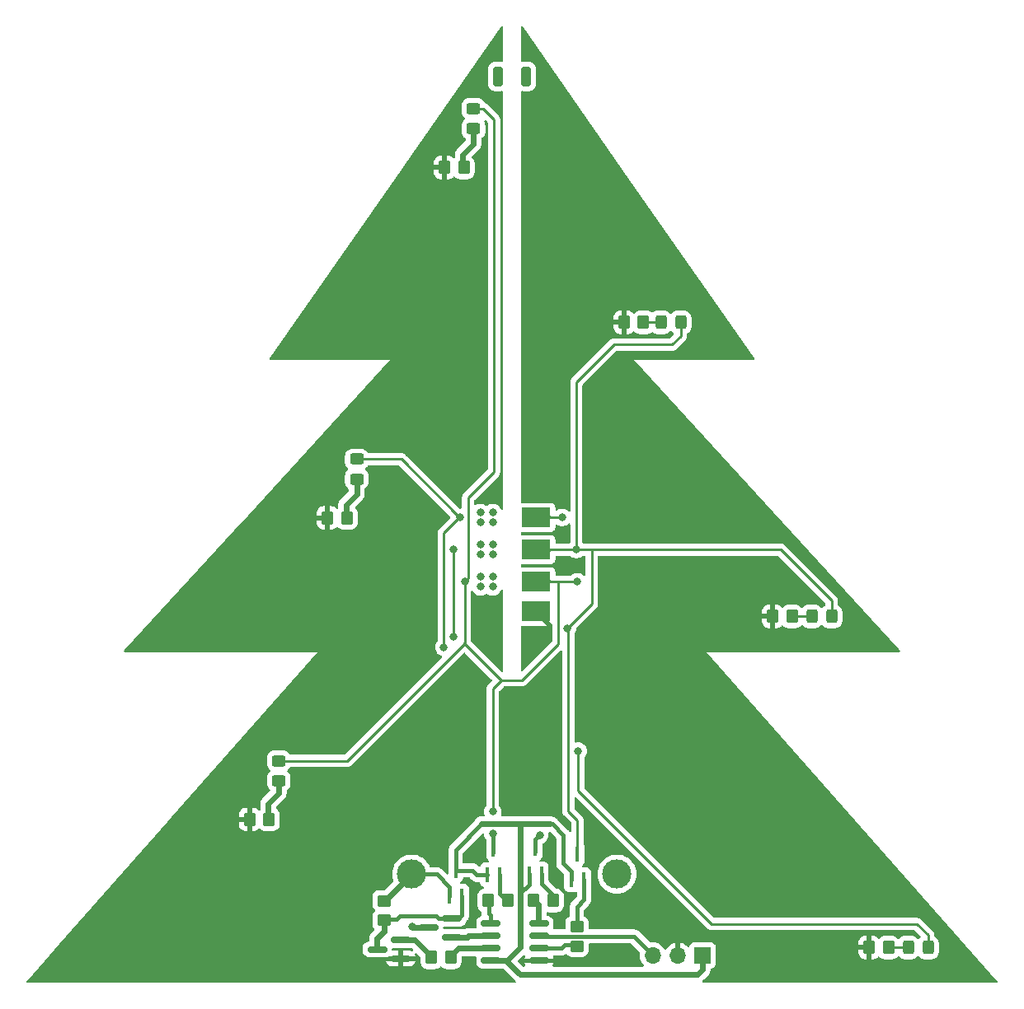
<source format=gbl>
G04 #@! TF.GenerationSoftware,KiCad,Pcbnew,7.0.8*
G04 #@! TF.CreationDate,2024-10-12T14:26:17+02:00*
G04 #@! TF.ProjectId,PCB_Christmas_Tree,5043425f-4368-4726-9973-746d61735f54,rev?*
G04 #@! TF.SameCoordinates,Original*
G04 #@! TF.FileFunction,Copper,L2,Bot*
G04 #@! TF.FilePolarity,Positive*
%FSLAX46Y46*%
G04 Gerber Fmt 4.6, Leading zero omitted, Abs format (unit mm)*
G04 Created by KiCad (PCBNEW 7.0.8) date 2024-10-12 14:26:17*
%MOMM*%
%LPD*%
G01*
G04 APERTURE LIST*
G04 Aperture macros list*
%AMRoundRect*
0 Rectangle with rounded corners*
0 $1 Rounding radius*
0 $2 $3 $4 $5 $6 $7 $8 $9 X,Y pos of 4 corners*
0 Add a 4 corners polygon primitive as box body*
4,1,4,$2,$3,$4,$5,$6,$7,$8,$9,$2,$3,0*
0 Add four circle primitives for the rounded corners*
1,1,$1+$1,$2,$3*
1,1,$1+$1,$4,$5*
1,1,$1+$1,$6,$7*
1,1,$1+$1,$8,$9*
0 Add four rect primitives between the rounded corners*
20,1,$1+$1,$2,$3,$4,$5,0*
20,1,$1+$1,$4,$5,$6,$7,0*
20,1,$1+$1,$6,$7,$8,$9,0*
20,1,$1+$1,$8,$9,$2,$3,0*%
G04 Aperture macros list end*
G04 #@! TA.AperFunction,ComponentPad*
%ADD10C,3.000000*%
G04 #@! TD*
G04 #@! TA.AperFunction,SMDPad,CuDef*
%ADD11RoundRect,0.250000X-0.350000X-0.450000X0.350000X-0.450000X0.350000X0.450000X-0.350000X0.450000X0*%
G04 #@! TD*
G04 #@! TA.AperFunction,ComponentPad*
%ADD12R,1.700000X1.700000*%
G04 #@! TD*
G04 #@! TA.AperFunction,ComponentPad*
%ADD13O,1.700000X1.700000*%
G04 #@! TD*
G04 #@! TA.AperFunction,SMDPad,CuDef*
%ADD14RoundRect,0.250000X0.450000X-0.325000X0.450000X0.325000X-0.450000X0.325000X-0.450000X-0.325000X0*%
G04 #@! TD*
G04 #@! TA.AperFunction,SMDPad,CuDef*
%ADD15R,0.450000X1.500000*%
G04 #@! TD*
G04 #@! TA.AperFunction,SMDPad,CuDef*
%ADD16RoundRect,0.250000X0.350000X0.450000X-0.350000X0.450000X-0.350000X-0.450000X0.350000X-0.450000X0*%
G04 #@! TD*
G04 #@! TA.AperFunction,SMDPad,CuDef*
%ADD17RoundRect,0.250000X-0.325000X-0.450000X0.325000X-0.450000X0.325000X0.450000X-0.325000X0.450000X0*%
G04 #@! TD*
G04 #@! TA.AperFunction,SMDPad,CuDef*
%ADD18RoundRect,0.250000X0.250000X0.750000X-0.250000X0.750000X-0.250000X-0.750000X0.250000X-0.750000X0*%
G04 #@! TD*
G04 #@! TA.AperFunction,SMDPad,CuDef*
%ADD19RoundRect,0.150000X-0.825000X-0.150000X0.825000X-0.150000X0.825000X0.150000X-0.825000X0.150000X0*%
G04 #@! TD*
G04 #@! TA.AperFunction,SMDPad,CuDef*
%ADD20RoundRect,0.250000X0.450000X-0.350000X0.450000X0.350000X-0.450000X0.350000X-0.450000X-0.350000X0*%
G04 #@! TD*
G04 #@! TA.AperFunction,SMDPad,CuDef*
%ADD21RoundRect,0.150000X0.850000X0.150000X-0.850000X0.150000X-0.850000X-0.150000X0.850000X-0.150000X0*%
G04 #@! TD*
G04 #@! TA.AperFunction,SMDPad,CuDef*
%ADD22R,3.000000X2.000000*%
G04 #@! TD*
G04 #@! TA.AperFunction,SMDPad,CuDef*
%ADD23RoundRect,0.250000X-0.450000X0.350000X-0.450000X-0.350000X0.450000X-0.350000X0.450000X0.350000X0*%
G04 #@! TD*
G04 #@! TA.AperFunction,ViaPad*
%ADD24C,0.800000*%
G04 #@! TD*
G04 #@! TA.AperFunction,Conductor*
%ADD25C,0.600000*%
G04 #@! TD*
G04 #@! TA.AperFunction,Conductor*
%ADD26C,0.250000*%
G04 #@! TD*
G04 #@! TA.AperFunction,Conductor*
%ADD27C,0.450000*%
G04 #@! TD*
G04 APERTURE END LIST*
D10*
X139274000Y-126227000D03*
X160356000Y-126227000D03*
D11*
X147118000Y-128950000D03*
X149118000Y-128950000D03*
D12*
X169155000Y-134600000D03*
D13*
X166615000Y-134600000D03*
X164075000Y-134600000D03*
D14*
X133630000Y-85625000D03*
X133630000Y-83575000D03*
D15*
X144450000Y-128502000D03*
X143150000Y-128502000D03*
X143800000Y-125842000D03*
D11*
X151793500Y-128950000D03*
X153793500Y-128950000D03*
D16*
X188234000Y-133776000D03*
X186234000Y-133776000D03*
D17*
X164873000Y-69514000D03*
X166923000Y-69514000D03*
D16*
X132630000Y-89600000D03*
X130630000Y-89600000D03*
D18*
X151039000Y-44241000D03*
D19*
X147399000Y-135139000D03*
X147399000Y-133869000D03*
X147399000Y-132599000D03*
X147399000Y-131329000D03*
X152349000Y-131329000D03*
X152349000Y-132599000D03*
X152349000Y-133869000D03*
X152349000Y-135139000D03*
D20*
X156246000Y-133633000D03*
X156246000Y-131633000D03*
D18*
X148118000Y-44241000D03*
D11*
X141276000Y-134792000D03*
X143276000Y-134792000D03*
D14*
X145630000Y-49600000D03*
X145630000Y-47550000D03*
D16*
X178328000Y-99740000D03*
X176328000Y-99740000D03*
D21*
X138163500Y-133014000D03*
X138163500Y-134914000D03*
X135750500Y-133964000D03*
D17*
X190273000Y-133776000D03*
X192323000Y-133776000D03*
D22*
X152030000Y-89574000D03*
X152030000Y-92876000D03*
X152030000Y-96178000D03*
X152030000Y-99226000D03*
D14*
X125630000Y-116625000D03*
X125630000Y-114575000D03*
D15*
X156962000Y-126802500D03*
X155662000Y-126802500D03*
X156312000Y-124142500D03*
X152622000Y-126216000D03*
X151322000Y-126216000D03*
X151972000Y-123556000D03*
D16*
X163079000Y-69514000D03*
X161079000Y-69514000D03*
X144630000Y-53600000D03*
X142630000Y-53600000D03*
D23*
X136434000Y-128966000D03*
X136434000Y-130966000D03*
D21*
X143419000Y-130794000D03*
X143419000Y-132694000D03*
X141006000Y-131744000D03*
D16*
X124630000Y-120600000D03*
X122630000Y-120600000D03*
D17*
X180367000Y-99740000D03*
X182417000Y-99740000D03*
D15*
X148326000Y-126294500D03*
X147026000Y-126294500D03*
X147676000Y-123634500D03*
D24*
X148130000Y-44300000D03*
X151030000Y-44300000D03*
X139355000Y-131617000D03*
X144206400Y-89568000D03*
X152944000Y-90088000D03*
X142580800Y-102889600D03*
X151674000Y-90088000D03*
X152944000Y-89072000D03*
X156373000Y-113575000D03*
X154722000Y-89574000D03*
X152436000Y-122219000D03*
X147610000Y-89072000D03*
X147610000Y-90088000D03*
X151674000Y-89072000D03*
X146340000Y-89072000D03*
X146340000Y-90088000D03*
X144714400Y-96172000D03*
X151674000Y-96692000D03*
X147610000Y-119806000D03*
X146340000Y-95676000D03*
X151674000Y-95676000D03*
X147610000Y-96692000D03*
X156296800Y-96178000D03*
X152944000Y-96692000D03*
X152944000Y-95676000D03*
X146340000Y-96692000D03*
X147610000Y-95676000D03*
X147610000Y-122092000D03*
X147610000Y-93390000D03*
X152944000Y-92374000D03*
X151674000Y-93390000D03*
X147610000Y-92374000D03*
X151674000Y-92374000D03*
X146340000Y-92374000D03*
X146340000Y-93390000D03*
X143596800Y-101822800D03*
X143596800Y-92870000D03*
X155293500Y-100946500D03*
X156195200Y-92876000D03*
X152944000Y-93390000D03*
X132268400Y-133623600D03*
X146340000Y-73070000D03*
X145628800Y-124124000D03*
X146340000Y-78150000D03*
X125308800Y-99740000D03*
X123327600Y-97809600D03*
X154671200Y-87649600D03*
X154330000Y-94533000D03*
X150861200Y-119602800D03*
X159497200Y-69514000D03*
X146340000Y-70530000D03*
X128306000Y-89707000D03*
X153604400Y-124276400D03*
X122718000Y-122600000D03*
X154010800Y-119298000D03*
X142682400Y-55442400D03*
X152944000Y-98724000D03*
X152690000Y-78150000D03*
X147559200Y-103448400D03*
X146340000Y-65450000D03*
X154330000Y-91358000D03*
X139730000Y-136100000D03*
X149337200Y-119602800D03*
X151521600Y-103397600D03*
X151420000Y-87243200D03*
X152690000Y-60370000D03*
X145578000Y-128188000D03*
X152690000Y-80690000D03*
X157770000Y-121126800D03*
X147610000Y-98724000D03*
X162138800Y-130931200D03*
X142225200Y-124428800D03*
X126629600Y-131337600D03*
X152690000Y-75610000D03*
X147711600Y-101670400D03*
X129779200Y-133522000D03*
X145476400Y-119755200D03*
X176464400Y-97657200D03*
X151674000Y-99740000D03*
X156550800Y-55442400D03*
X158659000Y-134665000D03*
X176413600Y-101975200D03*
X146340000Y-98724000D03*
X160564000Y-129407200D03*
X151420000Y-101670400D03*
X120686000Y-120568000D03*
X152944000Y-99740000D03*
X123378400Y-101772000D03*
X152690000Y-73070000D03*
X151674000Y-98724000D03*
X146340000Y-83230000D03*
X146340000Y-67990000D03*
X152690000Y-67990000D03*
X126477200Y-135858800D03*
X158074800Y-124581200D03*
X139634400Y-69412400D03*
X146340000Y-57830000D03*
X152690000Y-70530000D03*
X147610000Y-99740000D03*
X177632800Y-117266000D03*
X180071200Y-119704400D03*
X186268800Y-136011200D03*
X146340000Y-55290000D03*
X152690000Y-62910000D03*
X183995000Y-134036000D03*
X177582000Y-122092000D03*
X145019200Y-135452400D03*
X154468000Y-135173000D03*
X152690000Y-57830000D03*
X122667200Y-118637600D03*
X146340000Y-99740000D03*
X112253200Y-136011200D03*
X146340000Y-80690000D03*
X151724800Y-84855600D03*
X114082000Y-134030000D03*
X134605200Y-131337600D03*
X130998400Y-131388400D03*
X143292000Y-121584000D03*
X158074800Y-122752400D03*
X152690000Y-65450000D03*
X146340000Y-75610000D03*
X146340000Y-62910000D03*
X136484800Y-126562400D03*
X174483200Y-99689200D03*
X161199000Y-134665000D03*
X158633600Y-130931200D03*
X134757600Y-127121200D03*
X152842400Y-101670400D03*
X152690000Y-55290000D03*
X154061600Y-126816400D03*
X146340000Y-60370000D03*
X146289200Y-101721200D03*
X123734000Y-133522000D03*
X147508400Y-87141600D03*
X134554400Y-135808000D03*
D25*
X145630000Y-49600000D02*
X145630000Y-51174000D01*
X125630000Y-116625000D02*
X125630000Y-117910000D01*
X125630000Y-117910000D02*
X124542500Y-118997500D01*
X144542500Y-52261500D02*
X144542500Y-53600000D01*
D26*
X164873000Y-69514000D02*
X162991500Y-69514000D01*
D25*
X145630000Y-51174000D02*
X144542500Y-52261500D01*
X124542500Y-118997500D02*
X124542500Y-120600000D01*
D27*
X148326000Y-128245500D02*
X149030500Y-128950000D01*
X148326000Y-126294500D02*
X148326000Y-128245500D01*
D25*
X144975000Y-132694000D02*
X143213500Y-132694000D01*
X145070000Y-132599000D02*
X144975000Y-132694000D01*
X147399000Y-132599000D02*
X145070000Y-132599000D01*
X139355000Y-131617000D02*
X139482000Y-131744000D01*
X139482000Y-131744000D02*
X141338500Y-131744000D01*
D26*
X144167600Y-89568000D02*
X144206400Y-89568000D01*
X152442000Y-89574000D02*
X152030000Y-89574000D01*
X142580800Y-91154800D02*
X144167600Y-89568000D01*
X192323000Y-132515000D02*
X192323000Y-133776000D01*
X191171000Y-131363000D02*
X192323000Y-132515000D01*
X144194400Y-89568000D02*
X138201400Y-83575000D01*
X152944000Y-89072000D02*
X152442000Y-89574000D01*
X144206400Y-89568000D02*
X144194400Y-89568000D01*
X154722000Y-89574000D02*
X153446000Y-89574000D01*
X138201400Y-83575000D02*
X133630000Y-83575000D01*
X156373000Y-117647000D02*
X170089000Y-131363000D01*
X142580800Y-102889600D02*
X142580800Y-91154800D01*
D27*
X151972000Y-122683000D02*
X151972000Y-123948500D01*
D26*
X153446000Y-89574000D02*
X152944000Y-89072000D01*
X156373000Y-113575000D02*
X156373000Y-117647000D01*
D27*
X152436000Y-122219000D02*
X151972000Y-122683000D01*
D26*
X170089000Y-131363000D02*
X191171000Y-131363000D01*
X144714400Y-96172000D02*
X145070000Y-95816400D01*
X144308000Y-102915000D02*
X144701700Y-102521300D01*
X154341000Y-102559400D02*
X154341000Y-96178000D01*
X132648000Y-114575000D02*
X125630000Y-114575000D01*
X147737000Y-48686000D02*
X146601000Y-47550000D01*
X144701700Y-102521300D02*
X148473600Y-106293200D01*
X147610000Y-107156800D02*
X148473600Y-106293200D01*
X152442000Y-96178000D02*
X152030000Y-96178000D01*
X154341000Y-96178000D02*
X154976000Y-96178000D01*
X154976000Y-96178000D02*
X153446000Y-96178000D01*
X145070000Y-95816400D02*
X145070000Y-87548000D01*
X144308000Y-102915000D02*
X132648000Y-114575000D01*
X147737000Y-84881000D02*
X147737000Y-48686000D01*
X147610000Y-119806000D02*
X147610000Y-107156800D01*
X150607200Y-106293200D02*
X154341000Y-102559400D01*
X144714400Y-96172000D02*
X144714400Y-102508600D01*
X148473600Y-106293200D02*
X150607200Y-106293200D01*
D27*
X147676000Y-124027000D02*
X147676000Y-122158000D01*
D26*
X153446000Y-96178000D02*
X152944000Y-95676000D01*
X156296800Y-96178000D02*
X154976000Y-96178000D01*
X152944000Y-95676000D02*
X152442000Y-96178000D01*
X146601000Y-47550000D02*
X145630000Y-47550000D01*
X145070000Y-87548000D02*
X147737000Y-84881000D01*
D25*
X147676000Y-122158000D02*
X147610000Y-122092000D01*
D26*
X144714400Y-102508600D02*
X144308000Y-102915000D01*
D25*
X132542500Y-88264500D02*
X132542500Y-89600000D01*
X133630000Y-87177000D02*
X132542500Y-88264500D01*
X133630000Y-85625000D02*
X133630000Y-87177000D01*
D26*
X155293500Y-100946500D02*
X155357000Y-101010000D01*
X153458000Y-92876000D02*
X152944000Y-93390000D01*
X160056000Y-71800000D02*
X166025000Y-71800000D01*
X156312000Y-120697500D02*
X156312000Y-124535000D01*
X155357000Y-119742500D02*
X156312000Y-120697500D01*
X155744000Y-92876000D02*
X153458000Y-92876000D01*
X157770000Y-92876000D02*
X162342000Y-92876000D01*
X155293500Y-100946500D02*
X157770000Y-98470000D01*
X143596800Y-92870000D02*
X143596800Y-101822800D01*
X182417000Y-99740000D02*
X182417000Y-98123400D01*
X162342000Y-92876000D02*
X155744000Y-92876000D01*
X166025000Y-71800000D02*
X166923000Y-70902000D01*
X177169600Y-92876000D02*
X162342000Y-92876000D01*
X152944000Y-93390000D02*
X152430000Y-92876000D01*
X155357000Y-101010000D02*
X155357000Y-119742500D01*
X152430000Y-92876000D02*
X152030000Y-92876000D01*
X157770000Y-98470000D02*
X157770000Y-92876000D01*
X156195200Y-92876000D02*
X155744000Y-92876000D01*
X156195200Y-75660800D02*
X160056000Y-71800000D01*
X166923000Y-70902000D02*
X166923000Y-69514000D01*
X156195200Y-92876000D02*
X156195200Y-75660800D01*
X182417000Y-98123400D02*
X177169600Y-92876000D01*
X190273000Y-133776000D02*
X188146500Y-133776000D01*
D27*
X155662000Y-125953000D02*
X154849000Y-125140000D01*
X151322000Y-126216000D02*
X151322000Y-127270000D01*
D25*
X150404000Y-128188000D02*
X150404000Y-121330000D01*
X147399000Y-135139000D02*
X149007000Y-135139000D01*
D26*
X143800000Y-125394000D02*
X143800000Y-126234500D01*
D25*
X150150000Y-121076000D02*
X149515000Y-121076000D01*
D27*
X143800000Y-125842000D02*
X143800000Y-123743000D01*
D25*
X149515000Y-121076000D02*
X151420000Y-121076000D01*
X149515000Y-121076000D02*
X146467000Y-121076000D01*
X150404000Y-133776000D02*
X149024000Y-135156000D01*
D27*
X151322000Y-127270000D02*
X150404000Y-128188000D01*
D25*
X169155000Y-136051000D02*
X169155000Y-134600000D01*
D27*
X145518000Y-125842000D02*
X143800000Y-125842000D01*
D25*
X150404000Y-121330000D02*
X150658000Y-121076000D01*
X150658000Y-121076000D02*
X151420000Y-121076000D01*
D27*
X154849000Y-125140000D02*
X154849000Y-122219000D01*
D25*
X151420000Y-121076000D02*
X153452000Y-121076000D01*
D27*
X154849000Y-122219000D02*
X153706000Y-121076000D01*
D25*
X168670000Y-136536000D02*
X169155000Y-136051000D01*
X149024000Y-135156000D02*
X150404000Y-136536000D01*
X149007000Y-135139000D02*
X149024000Y-135156000D01*
X150404000Y-128188000D02*
X150404000Y-133776000D01*
D27*
X143800000Y-123743000D02*
X146467000Y-121076000D01*
X155662000Y-126802500D02*
X155662000Y-125953000D01*
D25*
X150404000Y-121330000D02*
X150150000Y-121076000D01*
D27*
X147026000Y-126294500D02*
X145970500Y-126294500D01*
X153706000Y-121076000D02*
X153452000Y-121076000D01*
X145970500Y-126294500D02*
X145518000Y-125842000D01*
D25*
X150404000Y-136536000D02*
X168670000Y-136536000D01*
D27*
X141839000Y-126227000D02*
X139274000Y-126227000D01*
D26*
X160356000Y-125553604D02*
X160356000Y-126227000D01*
X136434000Y-129053500D02*
X136447500Y-129053500D01*
D25*
X136447500Y-129053500D02*
X139274000Y-126227000D01*
D27*
X143150000Y-128502000D02*
X143150000Y-127538000D01*
X143150000Y-127538000D02*
X141839000Y-126227000D01*
X152622000Y-127231000D02*
X153706000Y-128315000D01*
X153706000Y-128315000D02*
X153706000Y-128950000D01*
X152622000Y-126216000D02*
X152622000Y-127231000D01*
X142079250Y-130794000D02*
X141779250Y-130494000D01*
X144450000Y-128502000D02*
X144450000Y-130459000D01*
X141779250Y-130494000D02*
X138088500Y-130494000D01*
X144450000Y-130459000D02*
X144115000Y-130794000D01*
X137704000Y-130878500D02*
X136434000Y-130878500D01*
D25*
X135730000Y-132829000D02*
X136434000Y-132125000D01*
X135730000Y-133943500D02*
X135730000Y-132829000D01*
D27*
X138088500Y-130494000D02*
X137704000Y-130878500D01*
D25*
X136434000Y-132125000D02*
X136434000Y-130878500D01*
D27*
X144115000Y-130794000D02*
X143213500Y-130794000D01*
X143213500Y-130794000D02*
X142079250Y-130794000D01*
D26*
X136083000Y-133964000D02*
X135750500Y-133964000D01*
D25*
X135750500Y-133964000D02*
X135730000Y-133943500D01*
X139585500Y-133014000D02*
X141363500Y-134792000D01*
X137958000Y-133014000D02*
X139585500Y-133014000D01*
D27*
X156962000Y-128869000D02*
X156246000Y-129585000D01*
X156246000Y-129585000D02*
X156246000Y-131720500D01*
X156962000Y-126802500D02*
X156962000Y-128869000D01*
X147399000Y-130474000D02*
X147399000Y-131329000D01*
X147205500Y-128950000D02*
X147205500Y-130280500D01*
X147205500Y-130280500D02*
X147399000Y-130474000D01*
D26*
X152309000Y-131289000D02*
X152349000Y-131329000D01*
D25*
X152309000Y-129378000D02*
X152309000Y-131289000D01*
X151881000Y-128950000D02*
X152309000Y-129378000D01*
X144111500Y-133869000D02*
X147399000Y-133869000D01*
X143188500Y-134792000D02*
X144111500Y-133869000D01*
X156222500Y-133522000D02*
X156246000Y-133545500D01*
D27*
X154629000Y-133869000D02*
X154976000Y-133522000D01*
X152349000Y-133869000D02*
X154629000Y-133869000D01*
X154976000Y-133522000D02*
X156222500Y-133522000D01*
D26*
X180367000Y-99740000D02*
X178240500Y-99740000D01*
D27*
X152349000Y-132599000D02*
X152383000Y-132633000D01*
X162108000Y-132633000D02*
X161580000Y-132633000D01*
X152383000Y-132633000D02*
X161580000Y-132633000D01*
X164075000Y-134600000D02*
X162108000Y-132633000D01*
G04 #@! TA.AperFunction,Conductor*
G36*
X148640131Y-39105941D02*
G01*
X148675694Y-39166083D01*
X148679500Y-39196569D01*
X148679500Y-42631870D01*
X148659815Y-42698909D01*
X148607011Y-42744664D01*
X148537853Y-42754608D01*
X148527468Y-42752161D01*
X148527414Y-42752418D01*
X148520795Y-42751000D01*
X148418010Y-42740500D01*
X147817998Y-42740500D01*
X147817980Y-42740501D01*
X147715203Y-42751000D01*
X147715200Y-42751001D01*
X147548668Y-42806185D01*
X147548663Y-42806187D01*
X147399342Y-42898289D01*
X147275289Y-43022342D01*
X147183187Y-43171663D01*
X147183186Y-43171666D01*
X147128001Y-43338203D01*
X147128001Y-43338204D01*
X147128000Y-43338204D01*
X147117500Y-43440983D01*
X147117500Y-45041001D01*
X147117501Y-45041018D01*
X147128000Y-45143796D01*
X147128001Y-45143799D01*
X147183185Y-45310331D01*
X147183186Y-45310334D01*
X147275288Y-45459656D01*
X147399344Y-45583712D01*
X147548666Y-45675814D01*
X147715203Y-45730999D01*
X147817991Y-45741500D01*
X148418008Y-45741499D01*
X148418016Y-45741498D01*
X148418019Y-45741498D01*
X148450039Y-45738227D01*
X148520797Y-45730999D01*
X148520804Y-45730996D01*
X148527414Y-45729582D01*
X148527939Y-45732037D01*
X148586281Y-45730010D01*
X148646336Y-45765720D01*
X148677551Y-45828230D01*
X148679500Y-45850129D01*
X148679500Y-88666597D01*
X148659815Y-88733636D01*
X148607011Y-88779391D01*
X148537853Y-88789335D01*
X148474297Y-88760310D01*
X148440511Y-88709353D01*
X148439825Y-88709659D01*
X148438007Y-88705577D01*
X148437569Y-88704916D01*
X148437180Y-88703719D01*
X148437179Y-88703718D01*
X148437179Y-88703716D01*
X148342533Y-88539784D01*
X148215871Y-88399112D01*
X148204432Y-88390801D01*
X148062734Y-88287851D01*
X148062729Y-88287848D01*
X147889807Y-88210857D01*
X147889802Y-88210855D01*
X147717847Y-88174306D01*
X147704646Y-88171500D01*
X147515354Y-88171500D01*
X147502153Y-88174306D01*
X147330197Y-88210855D01*
X147330192Y-88210857D01*
X147157270Y-88287848D01*
X147157265Y-88287851D01*
X147047885Y-88367321D01*
X146982079Y-88390801D01*
X146914025Y-88374975D01*
X146902115Y-88367321D01*
X146792734Y-88287851D01*
X146792729Y-88287848D01*
X146619807Y-88210857D01*
X146619802Y-88210855D01*
X146447847Y-88174306D01*
X146434646Y-88171500D01*
X146245354Y-88171500D01*
X146232153Y-88174306D01*
X146060197Y-88210855D01*
X146060192Y-88210857D01*
X145887270Y-88287848D01*
X145881637Y-88291101D01*
X145880145Y-88288517D01*
X145826483Y-88307617D01*
X145758441Y-88291739D01*
X145709785Y-88241595D01*
X145695500Y-88183814D01*
X145695500Y-87858451D01*
X145715185Y-87791412D01*
X145731814Y-87770775D01*
X148120786Y-85381802D01*
X148133048Y-85371980D01*
X148132865Y-85371759D01*
X148138867Y-85366792D01*
X148138877Y-85366786D01*
X148186241Y-85316348D01*
X148207120Y-85295470D01*
X148211373Y-85289986D01*
X148215150Y-85285563D01*
X148247062Y-85251582D01*
X148256714Y-85234023D01*
X148267389Y-85217772D01*
X148279674Y-85201936D01*
X148298186Y-85159152D01*
X148300742Y-85153935D01*
X148323197Y-85113092D01*
X148328180Y-85093680D01*
X148334477Y-85075291D01*
X148342438Y-85056895D01*
X148349729Y-85010853D01*
X148350908Y-85005162D01*
X148362500Y-84960019D01*
X148362500Y-84939983D01*
X148364027Y-84920582D01*
X148367160Y-84900804D01*
X148362775Y-84854415D01*
X148362500Y-84848577D01*
X148362500Y-48768742D01*
X148364224Y-48753122D01*
X148363939Y-48753095D01*
X148364673Y-48745333D01*
X148362500Y-48676172D01*
X148362500Y-48646656D01*
X148362500Y-48646650D01*
X148361631Y-48639779D01*
X148361173Y-48633952D01*
X148359710Y-48587373D01*
X148354119Y-48568130D01*
X148350173Y-48549078D01*
X148347664Y-48529208D01*
X148330504Y-48485867D01*
X148328624Y-48480379D01*
X148315618Y-48435610D01*
X148305422Y-48418370D01*
X148296861Y-48400894D01*
X148289487Y-48382270D01*
X148289486Y-48382268D01*
X148262079Y-48344545D01*
X148258888Y-48339686D01*
X148235172Y-48299583D01*
X148235165Y-48299574D01*
X148221006Y-48285415D01*
X148208368Y-48270619D01*
X148196594Y-48254413D01*
X148160688Y-48224709D01*
X148156376Y-48220786D01*
X147101803Y-47166212D01*
X147091980Y-47153950D01*
X147091759Y-47154134D01*
X147086786Y-47148123D01*
X147036364Y-47100773D01*
X147025919Y-47090328D01*
X147015475Y-47079883D01*
X147009986Y-47075625D01*
X147005561Y-47071847D01*
X146971582Y-47039938D01*
X146971580Y-47039936D01*
X146971577Y-47039935D01*
X146954029Y-47030288D01*
X146937763Y-47019604D01*
X146921933Y-47007325D01*
X146879168Y-46988818D01*
X146873922Y-46986248D01*
X146833093Y-46963803D01*
X146828478Y-46961976D01*
X146773392Y-46918996D01*
X146768584Y-46911779D01*
X146672712Y-46756344D01*
X146548657Y-46632289D01*
X146548656Y-46632288D01*
X146399334Y-46540186D01*
X146232797Y-46485001D01*
X146232795Y-46485000D01*
X146130010Y-46474500D01*
X145129998Y-46474500D01*
X145129980Y-46474501D01*
X145027203Y-46485000D01*
X145027200Y-46485001D01*
X144860668Y-46540185D01*
X144860663Y-46540187D01*
X144711342Y-46632289D01*
X144587289Y-46756342D01*
X144495187Y-46905663D01*
X144495186Y-46905666D01*
X144440001Y-47072203D01*
X144440001Y-47072204D01*
X144440000Y-47072204D01*
X144429500Y-47174983D01*
X144429500Y-47925001D01*
X144429501Y-47925019D01*
X144440000Y-48027796D01*
X144440001Y-48027799D01*
X144495185Y-48194331D01*
X144495186Y-48194334D01*
X144584839Y-48339686D01*
X144587289Y-48343657D01*
X144711346Y-48467714D01*
X144714182Y-48469463D01*
X144715717Y-48471170D01*
X144717011Y-48472193D01*
X144716836Y-48472414D01*
X144760905Y-48521411D01*
X144772126Y-48590374D01*
X144744282Y-48654456D01*
X144714182Y-48680537D01*
X144711346Y-48682285D01*
X144587289Y-48806342D01*
X144495187Y-48955663D01*
X144495186Y-48955666D01*
X144440001Y-49122203D01*
X144440001Y-49122204D01*
X144440000Y-49122204D01*
X144429500Y-49224983D01*
X144429500Y-49975001D01*
X144429501Y-49975019D01*
X144440000Y-50077796D01*
X144440001Y-50077799D01*
X144495185Y-50244331D01*
X144495186Y-50244334D01*
X144587288Y-50393656D01*
X144711344Y-50517712D01*
X144770596Y-50554258D01*
X144817321Y-50606204D01*
X144829500Y-50659797D01*
X144829500Y-50791060D01*
X144809815Y-50858099D01*
X144793181Y-50878741D01*
X143912686Y-51759235D01*
X143912683Y-51759239D01*
X143890466Y-51794596D01*
X143886441Y-51800269D01*
X143860410Y-51832910D01*
X143842291Y-51870533D01*
X143838927Y-51876620D01*
X143816712Y-51911976D01*
X143816708Y-51911983D01*
X143802916Y-51951395D01*
X143800255Y-51957820D01*
X143782139Y-51995439D01*
X143772844Y-52036159D01*
X143770919Y-52042841D01*
X143757132Y-52082244D01*
X143752455Y-52123735D01*
X143751291Y-52130589D01*
X143742000Y-52171306D01*
X143742000Y-52551977D01*
X143722315Y-52619016D01*
X143669511Y-52664771D01*
X143600353Y-52674715D01*
X143536797Y-52645690D01*
X143530319Y-52639658D01*
X143448345Y-52557684D01*
X143299124Y-52465643D01*
X143299119Y-52465641D01*
X143132697Y-52410494D01*
X143132690Y-52410493D01*
X143029986Y-52400000D01*
X142880000Y-52400000D01*
X142880000Y-54799999D01*
X143029972Y-54799999D01*
X143029986Y-54799998D01*
X143132697Y-54789505D01*
X143299119Y-54734358D01*
X143299124Y-54734356D01*
X143448342Y-54642317D01*
X143541964Y-54548695D01*
X143603287Y-54515210D01*
X143672979Y-54520194D01*
X143717327Y-54548695D01*
X143811344Y-54642712D01*
X143960666Y-54734814D01*
X144127203Y-54789999D01*
X144229991Y-54800500D01*
X145030008Y-54800499D01*
X145030016Y-54800498D01*
X145030019Y-54800498D01*
X145086302Y-54794748D01*
X145132797Y-54789999D01*
X145299334Y-54734814D01*
X145448656Y-54642712D01*
X145572712Y-54518656D01*
X145664814Y-54369334D01*
X145719999Y-54202797D01*
X145730500Y-54100009D01*
X145730499Y-53099992D01*
X145719999Y-52997203D01*
X145664814Y-52830666D01*
X145572712Y-52681344D01*
X145501403Y-52610035D01*
X145467918Y-52548712D01*
X145472902Y-52479020D01*
X145501400Y-52434676D01*
X146227826Y-51708252D01*
X146259816Y-51676262D01*
X146282037Y-51640895D01*
X146286052Y-51635236D01*
X146312091Y-51602587D01*
X146330209Y-51564961D01*
X146333565Y-51558889D01*
X146355789Y-51523522D01*
X146369580Y-51484105D01*
X146372236Y-51477693D01*
X146390360Y-51440061D01*
X146399658Y-51399321D01*
X146401571Y-51392680D01*
X146415368Y-51353255D01*
X146420043Y-51311760D01*
X146421208Y-51304905D01*
X146422726Y-51298249D01*
X146430500Y-51264194D01*
X146430500Y-51083806D01*
X146430500Y-50659797D01*
X146450185Y-50592758D01*
X146489403Y-50554258D01*
X146548656Y-50517712D01*
X146672712Y-50393656D01*
X146764814Y-50244334D01*
X146819999Y-50077797D01*
X146830500Y-49975009D01*
X146830499Y-49224992D01*
X146819999Y-49122203D01*
X146764814Y-48955666D01*
X146746681Y-48926268D01*
X146728242Y-48858877D01*
X146749165Y-48792214D01*
X146802807Y-48747444D01*
X146872138Y-48738783D01*
X146935145Y-48768980D01*
X146939902Y-48773492D01*
X147075181Y-48908771D01*
X147108666Y-48970094D01*
X147111500Y-48996452D01*
X147111500Y-84570546D01*
X147091815Y-84637585D01*
X147075181Y-84658227D01*
X144686208Y-87047199D01*
X144673951Y-87057020D01*
X144674134Y-87057241D01*
X144668123Y-87062213D01*
X144620772Y-87112636D01*
X144599889Y-87133519D01*
X144599877Y-87133532D01*
X144595621Y-87139017D01*
X144591837Y-87143447D01*
X144559937Y-87177418D01*
X144559936Y-87177420D01*
X144550284Y-87194976D01*
X144539610Y-87211226D01*
X144527329Y-87227061D01*
X144527324Y-87227068D01*
X144508815Y-87269838D01*
X144506245Y-87275084D01*
X144483803Y-87315906D01*
X144478822Y-87335307D01*
X144472521Y-87353710D01*
X144464562Y-87372102D01*
X144464561Y-87372105D01*
X144457271Y-87418127D01*
X144456087Y-87423846D01*
X144444501Y-87468972D01*
X144444500Y-87468982D01*
X144444500Y-87489016D01*
X144442973Y-87508415D01*
X144439840Y-87528194D01*
X144439840Y-87528195D01*
X144444225Y-87574583D01*
X144444500Y-87580421D01*
X144444500Y-88544864D01*
X144424815Y-88611903D01*
X144372011Y-88657658D01*
X144307647Y-88666912D01*
X144307514Y-88668179D01*
X144301051Y-88667500D01*
X144301046Y-88667500D01*
X144229852Y-88667500D01*
X144162813Y-88647815D01*
X144142171Y-88631181D01*
X138702203Y-83191212D01*
X138692380Y-83178950D01*
X138692159Y-83179134D01*
X138687186Y-83173123D01*
X138636764Y-83125773D01*
X138626319Y-83115328D01*
X138615875Y-83104883D01*
X138610386Y-83100625D01*
X138605961Y-83096847D01*
X138571982Y-83064938D01*
X138571980Y-83064936D01*
X138571977Y-83064935D01*
X138554429Y-83055288D01*
X138538163Y-83044604D01*
X138522333Y-83032325D01*
X138479568Y-83013818D01*
X138474322Y-83011248D01*
X138433493Y-82988803D01*
X138433492Y-82988802D01*
X138414093Y-82983822D01*
X138395681Y-82977518D01*
X138377298Y-82969562D01*
X138377292Y-82969560D01*
X138331274Y-82962272D01*
X138325552Y-82961087D01*
X138280421Y-82949500D01*
X138280419Y-82949500D01*
X138260384Y-82949500D01*
X138240986Y-82947973D01*
X138233562Y-82946797D01*
X138221205Y-82944840D01*
X138221204Y-82944840D01*
X138174816Y-82949225D01*
X138168978Y-82949500D01*
X134845638Y-82949500D01*
X134778599Y-82929815D01*
X134740099Y-82890597D01*
X134672712Y-82781344D01*
X134548656Y-82657288D01*
X134399334Y-82565186D01*
X134232797Y-82510001D01*
X134232795Y-82510000D01*
X134130010Y-82499500D01*
X133129998Y-82499500D01*
X133129980Y-82499501D01*
X133027203Y-82510000D01*
X133027200Y-82510001D01*
X132860668Y-82565185D01*
X132860663Y-82565187D01*
X132711342Y-82657289D01*
X132587289Y-82781342D01*
X132495187Y-82930663D01*
X132495185Y-82930668D01*
X132475921Y-82988803D01*
X132440001Y-83097203D01*
X132440001Y-83097204D01*
X132440000Y-83097204D01*
X132429500Y-83199983D01*
X132429500Y-83950001D01*
X132429501Y-83950019D01*
X132440000Y-84052796D01*
X132440001Y-84052799D01*
X132495185Y-84219331D01*
X132495187Y-84219336D01*
X132587289Y-84368657D01*
X132711346Y-84492714D01*
X132714182Y-84494463D01*
X132715717Y-84496170D01*
X132717011Y-84497193D01*
X132716836Y-84497414D01*
X132760905Y-84546411D01*
X132772126Y-84615374D01*
X132744282Y-84679456D01*
X132714182Y-84705537D01*
X132711346Y-84707285D01*
X132587289Y-84831342D01*
X132495187Y-84980663D01*
X132495186Y-84980666D01*
X132440001Y-85147203D01*
X132440001Y-85147204D01*
X132440000Y-85147204D01*
X132429500Y-85249983D01*
X132429500Y-86000001D01*
X132429501Y-86000019D01*
X132440000Y-86102796D01*
X132440001Y-86102799D01*
X132495185Y-86269331D01*
X132495186Y-86269334D01*
X132587288Y-86418656D01*
X132711344Y-86542712D01*
X132770596Y-86579258D01*
X132817321Y-86631204D01*
X132829500Y-86684797D01*
X132829500Y-86794060D01*
X132809815Y-86861099D01*
X132793181Y-86881741D01*
X131912686Y-87762235D01*
X131912683Y-87762239D01*
X131890466Y-87797596D01*
X131886441Y-87803269D01*
X131860410Y-87835910D01*
X131842291Y-87873533D01*
X131838927Y-87879620D01*
X131816712Y-87914976D01*
X131816708Y-87914983D01*
X131802916Y-87954395D01*
X131800255Y-87960820D01*
X131782139Y-87998439D01*
X131772844Y-88039159D01*
X131770919Y-88045841D01*
X131757132Y-88085244D01*
X131752455Y-88126735D01*
X131751291Y-88133589D01*
X131742000Y-88174306D01*
X131742000Y-88551977D01*
X131722315Y-88619016D01*
X131669511Y-88664771D01*
X131600353Y-88674715D01*
X131536797Y-88645690D01*
X131530319Y-88639658D01*
X131448345Y-88557684D01*
X131299124Y-88465643D01*
X131299119Y-88465641D01*
X131132697Y-88410494D01*
X131132690Y-88410493D01*
X131029986Y-88400000D01*
X130880000Y-88400000D01*
X130880000Y-90799999D01*
X131029972Y-90799999D01*
X131029986Y-90799998D01*
X131132697Y-90789505D01*
X131299119Y-90734358D01*
X131299124Y-90734356D01*
X131448342Y-90642317D01*
X131541964Y-90548695D01*
X131603287Y-90515210D01*
X131672979Y-90520194D01*
X131717327Y-90548695D01*
X131811344Y-90642712D01*
X131960666Y-90734814D01*
X132127203Y-90789999D01*
X132229991Y-90800500D01*
X133030008Y-90800499D01*
X133030016Y-90800498D01*
X133030019Y-90800498D01*
X133106571Y-90792678D01*
X133132797Y-90789999D01*
X133299334Y-90734814D01*
X133448656Y-90642712D01*
X133572712Y-90518656D01*
X133664814Y-90369334D01*
X133719999Y-90202797D01*
X133730500Y-90100009D01*
X133730499Y-89099992D01*
X133719999Y-88997203D01*
X133664814Y-88830666D01*
X133572712Y-88681344D01*
X133502903Y-88611535D01*
X133469418Y-88550212D01*
X133474402Y-88480520D01*
X133502900Y-88436176D01*
X134227826Y-87711252D01*
X134259816Y-87679262D01*
X134282037Y-87643895D01*
X134286052Y-87638236D01*
X134312091Y-87605587D01*
X134330209Y-87567961D01*
X134333565Y-87561889D01*
X134355789Y-87526522D01*
X134369580Y-87487105D01*
X134372236Y-87480693D01*
X134390360Y-87443061D01*
X134399658Y-87402321D01*
X134401571Y-87395680D01*
X134415368Y-87356255D01*
X134420043Y-87314760D01*
X134421208Y-87307905D01*
X134428699Y-87275084D01*
X134430500Y-87267194D01*
X134430500Y-87086806D01*
X134430500Y-86684797D01*
X134450185Y-86617758D01*
X134489403Y-86579258D01*
X134548656Y-86542712D01*
X134672712Y-86418656D01*
X134764814Y-86269334D01*
X134819999Y-86102797D01*
X134830500Y-86000009D01*
X134830499Y-85249992D01*
X134819999Y-85147203D01*
X134764814Y-84980666D01*
X134672712Y-84831344D01*
X134548656Y-84707288D01*
X134545819Y-84705538D01*
X134544283Y-84703830D01*
X134542989Y-84702807D01*
X134543163Y-84702585D01*
X134499096Y-84653594D01*
X134487872Y-84584632D01*
X134515713Y-84520549D01*
X134545817Y-84494462D01*
X134548656Y-84492712D01*
X134672712Y-84368656D01*
X134740099Y-84259402D01*
X134792047Y-84212679D01*
X134845638Y-84200500D01*
X137890948Y-84200500D01*
X137957987Y-84220185D01*
X137978629Y-84236819D01*
X143208727Y-89466918D01*
X143242212Y-89528241D01*
X143237228Y-89597933D01*
X143208727Y-89642280D01*
X142197008Y-90653999D01*
X142184751Y-90663820D01*
X142184934Y-90664041D01*
X142178923Y-90669013D01*
X142131572Y-90719436D01*
X142110689Y-90740319D01*
X142110677Y-90740332D01*
X142106421Y-90745817D01*
X142102637Y-90750247D01*
X142070737Y-90784218D01*
X142070736Y-90784220D01*
X142061084Y-90801776D01*
X142050410Y-90818026D01*
X142038129Y-90833861D01*
X142038124Y-90833868D01*
X142019615Y-90876638D01*
X142017045Y-90881884D01*
X141994603Y-90922706D01*
X141989622Y-90942107D01*
X141983321Y-90960510D01*
X141975362Y-90978902D01*
X141975361Y-90978905D01*
X141968071Y-91024927D01*
X141966887Y-91030646D01*
X141955301Y-91075772D01*
X141955300Y-91075782D01*
X141955300Y-91095816D01*
X141953773Y-91115215D01*
X141950640Y-91134994D01*
X141950640Y-91134995D01*
X141955025Y-91181383D01*
X141955300Y-91187221D01*
X141955300Y-102190912D01*
X141935615Y-102257951D01*
X141923450Y-102273884D01*
X141848266Y-102357384D01*
X141753621Y-102521315D01*
X141753618Y-102521322D01*
X141695127Y-102701340D01*
X141695126Y-102701344D01*
X141675340Y-102889600D01*
X141695126Y-103077856D01*
X141695127Y-103077859D01*
X141753618Y-103257877D01*
X141753621Y-103257884D01*
X141848267Y-103421816D01*
X141912876Y-103493571D01*
X141974929Y-103562488D01*
X142128065Y-103673748D01*
X142128070Y-103673751D01*
X142300991Y-103750742D01*
X142300993Y-103750742D01*
X142300997Y-103750744D01*
X142314025Y-103753513D01*
X142375505Y-103786705D01*
X142409282Y-103847867D01*
X142404630Y-103917582D01*
X142375924Y-103962484D01*
X132425228Y-113913181D01*
X132363905Y-113946666D01*
X132337547Y-113949500D01*
X126845638Y-113949500D01*
X126778599Y-113929815D01*
X126740099Y-113890597D01*
X126672712Y-113781344D01*
X126548656Y-113657288D01*
X126399334Y-113565186D01*
X126232797Y-113510001D01*
X126232795Y-113510000D01*
X126130010Y-113499500D01*
X125129998Y-113499500D01*
X125129980Y-113499501D01*
X125027203Y-113510000D01*
X125027200Y-113510001D01*
X124860668Y-113565185D01*
X124860663Y-113565187D01*
X124711342Y-113657289D01*
X124587289Y-113781342D01*
X124495187Y-113930663D01*
X124495186Y-113930666D01*
X124440001Y-114097203D01*
X124440001Y-114097204D01*
X124440000Y-114097204D01*
X124429500Y-114199983D01*
X124429500Y-114950001D01*
X124429501Y-114950019D01*
X124440000Y-115052796D01*
X124440001Y-115052799D01*
X124495185Y-115219331D01*
X124495187Y-115219336D01*
X124587289Y-115368657D01*
X124711346Y-115492714D01*
X124714182Y-115494463D01*
X124715717Y-115496170D01*
X124717011Y-115497193D01*
X124716836Y-115497414D01*
X124760905Y-115546411D01*
X124772126Y-115615374D01*
X124744282Y-115679456D01*
X124714182Y-115705537D01*
X124711346Y-115707285D01*
X124587289Y-115831342D01*
X124495187Y-115980663D01*
X124495186Y-115980666D01*
X124440001Y-116147203D01*
X124440001Y-116147204D01*
X124440000Y-116147204D01*
X124429500Y-116249983D01*
X124429500Y-117000001D01*
X124429501Y-117000019D01*
X124440000Y-117102796D01*
X124440001Y-117102799D01*
X124495185Y-117269331D01*
X124495187Y-117269336D01*
X124587289Y-117418657D01*
X124700595Y-117531963D01*
X124734080Y-117593286D01*
X124729096Y-117662978D01*
X124700595Y-117707325D01*
X124040238Y-118367684D01*
X123912686Y-118495235D01*
X123912683Y-118495239D01*
X123890466Y-118530596D01*
X123886441Y-118536269D01*
X123860410Y-118568910D01*
X123842291Y-118606533D01*
X123838927Y-118612620D01*
X123816712Y-118647976D01*
X123816708Y-118647983D01*
X123802916Y-118687395D01*
X123800255Y-118693820D01*
X123782139Y-118731439D01*
X123772844Y-118772159D01*
X123770919Y-118778841D01*
X123757132Y-118818244D01*
X123752455Y-118859735D01*
X123751291Y-118866589D01*
X123742000Y-118907306D01*
X123742000Y-119551977D01*
X123722315Y-119619016D01*
X123669511Y-119664771D01*
X123600353Y-119674715D01*
X123536797Y-119645690D01*
X123530319Y-119639658D01*
X123448345Y-119557684D01*
X123299124Y-119465643D01*
X123299119Y-119465641D01*
X123132697Y-119410494D01*
X123132690Y-119410493D01*
X123029986Y-119400000D01*
X122880000Y-119400000D01*
X122880000Y-121799999D01*
X123029972Y-121799999D01*
X123029986Y-121799998D01*
X123132697Y-121789505D01*
X123299119Y-121734358D01*
X123299124Y-121734356D01*
X123448342Y-121642317D01*
X123541964Y-121548695D01*
X123603287Y-121515210D01*
X123672979Y-121520194D01*
X123717327Y-121548695D01*
X123811344Y-121642712D01*
X123960666Y-121734814D01*
X124127203Y-121789999D01*
X124229991Y-121800500D01*
X125030008Y-121800499D01*
X125030016Y-121800498D01*
X125030019Y-121800498D01*
X125086302Y-121794748D01*
X125132797Y-121789999D01*
X125299334Y-121734814D01*
X125448656Y-121642712D01*
X125572712Y-121518656D01*
X125664814Y-121369334D01*
X125719999Y-121202797D01*
X125730500Y-121100009D01*
X125730499Y-120099992D01*
X125729356Y-120088807D01*
X125719999Y-119997203D01*
X125719998Y-119997200D01*
X125702812Y-119945337D01*
X125664814Y-119830666D01*
X125572712Y-119681344D01*
X125448656Y-119557288D01*
X125448655Y-119557287D01*
X125401902Y-119528449D01*
X125355178Y-119476500D01*
X125343000Y-119422911D01*
X125343000Y-119380440D01*
X125362685Y-119313401D01*
X125379319Y-119292759D01*
X125764772Y-118907306D01*
X126227826Y-118444252D01*
X126259816Y-118412262D01*
X126282037Y-118376895D01*
X126286052Y-118371236D01*
X126312091Y-118338587D01*
X126330209Y-118300961D01*
X126333565Y-118294889D01*
X126355789Y-118259522D01*
X126369580Y-118220105D01*
X126372236Y-118213693D01*
X126390360Y-118176061D01*
X126399658Y-118135321D01*
X126401571Y-118128680D01*
X126415368Y-118089255D01*
X126420043Y-118047760D01*
X126421208Y-118040905D01*
X126422726Y-118034249D01*
X126430500Y-118000194D01*
X126430500Y-117819806D01*
X126430500Y-117684797D01*
X126450185Y-117617758D01*
X126489403Y-117579258D01*
X126548656Y-117542712D01*
X126672712Y-117418656D01*
X126764814Y-117269334D01*
X126819999Y-117102797D01*
X126830500Y-117000009D01*
X126830499Y-116249992D01*
X126819999Y-116147203D01*
X126764814Y-115980666D01*
X126672712Y-115831344D01*
X126548656Y-115707288D01*
X126545819Y-115705538D01*
X126544283Y-115703830D01*
X126542989Y-115702807D01*
X126543163Y-115702585D01*
X126499096Y-115653594D01*
X126487872Y-115584632D01*
X126515713Y-115520549D01*
X126545817Y-115494462D01*
X126548656Y-115492712D01*
X126672712Y-115368656D01*
X126740099Y-115259402D01*
X126792047Y-115212679D01*
X126845638Y-115200500D01*
X132565257Y-115200500D01*
X132580877Y-115202224D01*
X132580904Y-115201939D01*
X132588660Y-115202671D01*
X132588667Y-115202673D01*
X132657814Y-115200500D01*
X132687350Y-115200500D01*
X132694228Y-115199630D01*
X132700041Y-115199172D01*
X132746627Y-115197709D01*
X132765869Y-115192117D01*
X132784912Y-115188174D01*
X132804792Y-115185664D01*
X132848122Y-115168507D01*
X132853646Y-115166617D01*
X132857396Y-115165527D01*
X132898390Y-115153618D01*
X132915629Y-115143422D01*
X132933103Y-115134862D01*
X132951727Y-115127488D01*
X132951727Y-115127487D01*
X132951732Y-115127486D01*
X132989449Y-115100082D01*
X132994305Y-115096892D01*
X133034420Y-115073170D01*
X133048589Y-115058999D01*
X133063379Y-115046368D01*
X133079587Y-115034594D01*
X133109299Y-114998676D01*
X133113212Y-114994376D01*
X144614020Y-103493569D01*
X144675341Y-103460086D01*
X144745033Y-103465070D01*
X144789380Y-103493571D01*
X147501327Y-106205518D01*
X147534812Y-106266841D01*
X147529828Y-106336533D01*
X147501327Y-106380880D01*
X147226208Y-106655999D01*
X147213951Y-106665820D01*
X147214134Y-106666041D01*
X147208123Y-106671013D01*
X147160772Y-106721436D01*
X147139889Y-106742319D01*
X147139877Y-106742332D01*
X147135621Y-106747817D01*
X147131837Y-106752247D01*
X147099937Y-106786218D01*
X147099936Y-106786220D01*
X147090284Y-106803776D01*
X147079610Y-106820026D01*
X147067329Y-106835861D01*
X147067324Y-106835868D01*
X147048815Y-106878638D01*
X147046245Y-106883884D01*
X147023803Y-106924706D01*
X147018822Y-106944107D01*
X147012521Y-106962510D01*
X147004562Y-106980902D01*
X147004561Y-106980905D01*
X146997271Y-107026927D01*
X146996087Y-107032646D01*
X146984501Y-107077772D01*
X146984500Y-107077782D01*
X146984500Y-107097816D01*
X146982973Y-107117215D01*
X146979840Y-107136994D01*
X146979840Y-107136995D01*
X146984225Y-107183383D01*
X146984500Y-107189221D01*
X146984500Y-119107312D01*
X146964815Y-119174351D01*
X146952650Y-119190284D01*
X146877466Y-119273784D01*
X146782821Y-119437715D01*
X146782818Y-119437722D01*
X146724327Y-119617740D01*
X146724326Y-119617744D01*
X146704540Y-119806000D01*
X146724326Y-119994256D01*
X146724327Y-119994259D01*
X146762967Y-120113182D01*
X146764962Y-120183023D01*
X146728881Y-120242856D01*
X146666180Y-120273684D01*
X146645036Y-120275500D01*
X146422039Y-120275500D01*
X146287750Y-120290630D01*
X146287745Y-120290631D01*
X146117476Y-120350211D01*
X145964737Y-120446184D01*
X145837184Y-120573737D01*
X145741212Y-120726474D01*
X145724022Y-120775600D01*
X145694662Y-120822324D01*
X143330760Y-123186227D01*
X143317133Y-123198005D01*
X143298738Y-123211700D01*
X143298737Y-123211701D01*
X143266328Y-123250325D01*
X143262680Y-123254307D01*
X143257116Y-123259872D01*
X143237467Y-123284721D01*
X143189726Y-123341617D01*
X143185760Y-123347648D01*
X143185681Y-123347596D01*
X143182016Y-123353348D01*
X143182098Y-123353398D01*
X143178306Y-123359544D01*
X143146938Y-123426816D01*
X143113610Y-123493177D01*
X143111142Y-123499960D01*
X143111052Y-123499927D01*
X143108816Y-123506362D01*
X143108907Y-123506393D01*
X143106637Y-123513243D01*
X143091623Y-123585950D01*
X143074499Y-123658205D01*
X143073661Y-123665376D01*
X143073564Y-123665364D01*
X143072872Y-123672135D01*
X143072969Y-123672144D01*
X143072339Y-123679333D01*
X143074500Y-123753567D01*
X143074500Y-125819090D01*
X143074395Y-125822695D01*
X143070797Y-125884468D01*
X143070797Y-125884480D01*
X143072616Y-125894793D01*
X143074500Y-125916324D01*
X143074500Y-126137127D01*
X143054815Y-126204166D01*
X143002011Y-126249921D01*
X142932853Y-126259865D01*
X142869297Y-126230840D01*
X142862819Y-126224808D01*
X142395771Y-125757760D01*
X142383989Y-125744126D01*
X142370308Y-125725750D01*
X142370307Y-125725749D01*
X142370302Y-125725742D01*
X142331665Y-125693321D01*
X142327679Y-125689668D01*
X142322128Y-125684116D01*
X142322123Y-125684112D01*
X142297277Y-125664467D01*
X142292511Y-125660468D01*
X142240383Y-125616727D01*
X142240380Y-125616725D01*
X142234348Y-125612758D01*
X142234401Y-125612676D01*
X142228656Y-125609017D01*
X142228605Y-125609100D01*
X142222458Y-125605308D01*
X142155183Y-125573938D01*
X142088821Y-125540610D01*
X142082035Y-125538140D01*
X142082067Y-125538050D01*
X142075641Y-125535816D01*
X142075611Y-125535908D01*
X142068755Y-125533636D01*
X141996050Y-125518623D01*
X141923792Y-125501498D01*
X141916624Y-125500661D01*
X141916635Y-125500564D01*
X141909867Y-125499872D01*
X141909859Y-125499969D01*
X141902668Y-125499339D01*
X141828432Y-125501500D01*
X141224617Y-125501500D01*
X141157578Y-125481815D01*
X141111823Y-125429011D01*
X141108435Y-125420833D01*
X141107426Y-125418129D01*
X141098367Y-125393839D01*
X141097908Y-125392999D01*
X140961229Y-125142690D01*
X140961224Y-125142682D01*
X140789745Y-124913612D01*
X140789729Y-124913594D01*
X140587405Y-124711270D01*
X140587387Y-124711254D01*
X140358317Y-124539775D01*
X140358309Y-124539770D01*
X140107166Y-124402635D01*
X140107167Y-124402635D01*
X139999915Y-124362632D01*
X139839046Y-124302631D01*
X139839043Y-124302630D01*
X139839037Y-124302628D01*
X139559433Y-124241804D01*
X139274001Y-124221390D01*
X139273999Y-124221390D01*
X138988566Y-124241804D01*
X138708962Y-124302628D01*
X138440833Y-124402635D01*
X138189690Y-124539770D01*
X138189682Y-124539775D01*
X137960612Y-124711254D01*
X137960594Y-124711270D01*
X137758270Y-124913594D01*
X137758254Y-124913612D01*
X137586775Y-125142682D01*
X137586770Y-125142690D01*
X137449635Y-125393833D01*
X137349628Y-125661962D01*
X137288804Y-125941566D01*
X137268390Y-126226998D01*
X137268390Y-126227001D01*
X137288804Y-126512433D01*
X137349631Y-126792047D01*
X137383514Y-126882893D01*
X137388498Y-126952585D01*
X137355013Y-127013907D01*
X136539739Y-127829181D01*
X136478416Y-127862666D01*
X136452058Y-127865500D01*
X135933998Y-127865500D01*
X135933980Y-127865501D01*
X135831203Y-127876000D01*
X135831200Y-127876001D01*
X135664668Y-127931185D01*
X135664663Y-127931187D01*
X135515342Y-128023289D01*
X135391289Y-128147342D01*
X135299187Y-128296663D01*
X135299186Y-128296666D01*
X135244001Y-128463203D01*
X135244001Y-128463204D01*
X135244000Y-128463204D01*
X135233500Y-128565983D01*
X135233500Y-129366001D01*
X135233501Y-129366019D01*
X135244000Y-129468796D01*
X135244001Y-129468799D01*
X135299185Y-129635331D01*
X135299186Y-129635334D01*
X135390421Y-129783251D01*
X135391289Y-129784657D01*
X135484951Y-129878319D01*
X135518436Y-129939642D01*
X135513452Y-130009334D01*
X135484951Y-130053681D01*
X135391289Y-130147342D01*
X135299187Y-130296663D01*
X135299185Y-130296668D01*
X135280109Y-130354235D01*
X135244001Y-130463203D01*
X135244001Y-130463204D01*
X135244000Y-130463204D01*
X135233500Y-130565983D01*
X135233500Y-131366001D01*
X135233501Y-131366019D01*
X135244000Y-131468796D01*
X135244001Y-131468799D01*
X135288803Y-131604000D01*
X135299186Y-131635334D01*
X135391287Y-131784655D01*
X135391289Y-131784657D01*
X135429095Y-131822463D01*
X135462580Y-131883786D01*
X135457596Y-131953478D01*
X135429096Y-131997825D01*
X135227738Y-132199184D01*
X135100186Y-132326735D01*
X135100183Y-132326739D01*
X135077966Y-132362096D01*
X135073941Y-132367769D01*
X135047910Y-132400410D01*
X135029791Y-132438033D01*
X135026427Y-132444120D01*
X135004212Y-132479476D01*
X135004208Y-132479483D01*
X134990416Y-132518895D01*
X134987755Y-132525320D01*
X134969639Y-132562939D01*
X134960344Y-132603659D01*
X134958419Y-132610341D01*
X134944632Y-132649744D01*
X134939955Y-132691235D01*
X134938791Y-132698089D01*
X134929500Y-132738806D01*
X134929500Y-133041422D01*
X134909815Y-133108461D01*
X134857011Y-133154216D01*
X134815232Y-133165040D01*
X134797931Y-133166401D01*
X134797926Y-133166402D01*
X134640106Y-133212254D01*
X134640103Y-133212255D01*
X134498637Y-133295917D01*
X134498629Y-133295923D01*
X134382423Y-133412129D01*
X134382417Y-133412137D01*
X134298755Y-133553603D01*
X134298754Y-133553606D01*
X134252902Y-133711426D01*
X134252901Y-133711432D01*
X134250000Y-133748304D01*
X134250000Y-134179696D01*
X134252901Y-134216567D01*
X134252902Y-134216573D01*
X134298754Y-134374393D01*
X134298755Y-134374396D01*
X134298756Y-134374398D01*
X134317337Y-134405817D01*
X134382417Y-134515862D01*
X134382423Y-134515870D01*
X134498629Y-134632076D01*
X134498633Y-134632079D01*
X134498635Y-134632081D01*
X134640102Y-134715744D01*
X134658854Y-134721192D01*
X134797926Y-134761597D01*
X134797929Y-134761597D01*
X134797931Y-134761598D01*
X134810222Y-134762565D01*
X134834804Y-134764500D01*
X134834806Y-134764500D01*
X136666196Y-134764500D01*
X136684631Y-134763049D01*
X136703069Y-134761598D01*
X136703071Y-134761597D01*
X136703073Y-134761597D01*
X136770563Y-134741989D01*
X136860898Y-134715744D01*
X136919194Y-134681268D01*
X136982315Y-134664000D01*
X137913500Y-134664000D01*
X137913500Y-134114000D01*
X137375000Y-134114000D01*
X137307961Y-134094315D01*
X137262206Y-134041511D01*
X137251000Y-133990000D01*
X137251000Y-133938500D01*
X137270685Y-133871461D01*
X137323489Y-133825706D01*
X137375000Y-133814500D01*
X137913046Y-133814500D01*
X139202560Y-133814500D01*
X139269599Y-133834185D01*
X139290241Y-133850819D01*
X139395140Y-133955718D01*
X139428625Y-134017041D01*
X139423641Y-134086733D01*
X139381769Y-134142666D01*
X139316305Y-134167083D01*
X139272864Y-134162475D01*
X139115995Y-134116900D01*
X139115989Y-134116899D01*
X139079144Y-134114000D01*
X138413500Y-134114000D01*
X138413500Y-134664000D01*
X139660795Y-134664000D01*
X139660795Y-134663998D01*
X139660600Y-134661511D01*
X139660599Y-134661505D01*
X139615024Y-134504634D01*
X139615223Y-134434764D01*
X139653165Y-134376094D01*
X139716804Y-134347251D01*
X139785934Y-134357392D01*
X139821781Y-134382358D01*
X140139181Y-134699758D01*
X140172666Y-134761081D01*
X140175500Y-134787439D01*
X140175500Y-135292001D01*
X140175501Y-135292019D01*
X140186000Y-135394796D01*
X140186001Y-135394799D01*
X140241185Y-135561331D01*
X140241187Y-135561336D01*
X140255871Y-135585142D01*
X140333288Y-135710656D01*
X140457344Y-135834712D01*
X140606666Y-135926814D01*
X140773203Y-135981999D01*
X140875991Y-135992500D01*
X141676008Y-135992499D01*
X141676016Y-135992498D01*
X141676019Y-135992498D01*
X141732302Y-135986748D01*
X141778797Y-135981999D01*
X141945334Y-135926814D01*
X142094656Y-135834712D01*
X142188319Y-135741049D01*
X142249642Y-135707564D01*
X142319334Y-135712548D01*
X142363681Y-135741049D01*
X142457344Y-135834712D01*
X142606666Y-135926814D01*
X142773203Y-135981999D01*
X142875991Y-135992500D01*
X143676008Y-135992499D01*
X143676016Y-135992498D01*
X143676019Y-135992498D01*
X143732302Y-135986748D01*
X143778797Y-135981999D01*
X143945334Y-135926814D01*
X144094656Y-135834712D01*
X144218712Y-135710656D01*
X144310814Y-135561334D01*
X144365999Y-135394797D01*
X144376500Y-135292009D01*
X144376499Y-134793499D01*
X144396183Y-134726461D01*
X144448987Y-134680706D01*
X144500499Y-134669500D01*
X145824274Y-134669500D01*
X145891313Y-134689185D01*
X145937068Y-134741989D01*
X145947012Y-134811147D01*
X145943350Y-134828095D01*
X145926402Y-134886426D01*
X145926401Y-134886432D01*
X145923500Y-134923304D01*
X145923500Y-135354696D01*
X145926401Y-135391567D01*
X145926402Y-135391573D01*
X145972254Y-135549393D01*
X145972255Y-135549396D01*
X145972256Y-135549398D01*
X145979313Y-135561331D01*
X146055917Y-135690862D01*
X146055923Y-135690870D01*
X146172129Y-135807076D01*
X146172133Y-135807079D01*
X146172135Y-135807081D01*
X146313602Y-135890744D01*
X146355224Y-135902836D01*
X146471426Y-135936597D01*
X146471429Y-135936597D01*
X146471431Y-135936598D01*
X146483722Y-135937565D01*
X146508304Y-135939500D01*
X146508306Y-135939500D01*
X147354046Y-135939500D01*
X148624060Y-135939500D01*
X148691099Y-135959185D01*
X148711741Y-135975819D01*
X149771841Y-137035918D01*
X149771851Y-137035929D01*
X149774183Y-137038261D01*
X149774184Y-137038262D01*
X149901738Y-137165816D01*
X149909199Y-137170504D01*
X149909204Y-137170507D01*
X149955494Y-137222843D01*
X149966141Y-137291897D01*
X149937765Y-137355744D01*
X149879374Y-137394115D01*
X149843230Y-137399500D01*
X99855889Y-137399500D01*
X99788850Y-137379815D01*
X99743095Y-137327011D01*
X99733151Y-137257853D01*
X99762176Y-137194297D01*
X99762909Y-137193459D01*
X101553607Y-135164001D01*
X136666204Y-135164001D01*
X136666399Y-135166486D01*
X136712218Y-135324198D01*
X136795814Y-135465552D01*
X136795821Y-135465561D01*
X136911938Y-135581678D01*
X136911947Y-135581685D01*
X137053303Y-135665282D01*
X137053306Y-135665283D01*
X137211004Y-135711099D01*
X137211010Y-135711100D01*
X137247856Y-135714000D01*
X137913500Y-135714000D01*
X137913500Y-135164000D01*
X138413500Y-135164000D01*
X138413500Y-135714000D01*
X139079144Y-135714000D01*
X139115989Y-135711100D01*
X139115995Y-135711099D01*
X139273693Y-135665283D01*
X139273696Y-135665282D01*
X139415052Y-135581685D01*
X139415061Y-135581678D01*
X139531178Y-135465561D01*
X139531185Y-135465552D01*
X139614781Y-135324198D01*
X139660600Y-135166486D01*
X139660795Y-135164001D01*
X139660795Y-135164000D01*
X138413500Y-135164000D01*
X137913500Y-135164000D01*
X136666205Y-135164000D01*
X136666204Y-135164001D01*
X101553607Y-135164001D01*
X103136808Y-133369706D01*
X114183607Y-120850000D01*
X121530001Y-120850000D01*
X121530001Y-121099986D01*
X121540494Y-121202697D01*
X121595641Y-121369119D01*
X121595643Y-121369124D01*
X121687684Y-121518345D01*
X121811654Y-121642315D01*
X121960875Y-121734356D01*
X121960880Y-121734358D01*
X122127302Y-121789505D01*
X122127309Y-121789506D01*
X122230019Y-121799999D01*
X122379999Y-121799999D01*
X122380000Y-121799998D01*
X122380000Y-120850000D01*
X121530001Y-120850000D01*
X114183607Y-120850000D01*
X114624783Y-120350000D01*
X121530000Y-120350000D01*
X122380000Y-120350000D01*
X122380000Y-119400000D01*
X122230027Y-119400000D01*
X122230012Y-119400001D01*
X122127302Y-119410494D01*
X121960880Y-119465641D01*
X121960875Y-119465643D01*
X121811654Y-119557684D01*
X121687684Y-119681654D01*
X121595643Y-119830875D01*
X121595641Y-119830880D01*
X121540494Y-119997302D01*
X121540493Y-119997309D01*
X121530000Y-120100013D01*
X121530000Y-120350000D01*
X114624783Y-120350000D01*
X129578664Y-103402268D01*
X129580463Y-103400352D01*
X129580596Y-103399998D01*
X129580594Y-103399908D01*
X129580441Y-103399568D01*
X129580427Y-103399556D01*
X129580059Y-103399417D01*
X129577396Y-103399500D01*
X109863018Y-103399500D01*
X109795979Y-103379815D01*
X109750224Y-103327011D01*
X109740280Y-103257853D01*
X109769305Y-103194297D01*
X109771611Y-103191710D01*
X122001511Y-89850000D01*
X129530001Y-89850000D01*
X129530001Y-90099986D01*
X129540494Y-90202697D01*
X129595641Y-90369119D01*
X129595643Y-90369124D01*
X129687684Y-90518345D01*
X129811654Y-90642315D01*
X129960875Y-90734356D01*
X129960880Y-90734358D01*
X130127302Y-90789505D01*
X130127309Y-90789506D01*
X130230019Y-90799999D01*
X130379999Y-90799999D01*
X130380000Y-90799998D01*
X130380000Y-89850000D01*
X129530001Y-89850000D01*
X122001511Y-89850000D01*
X122459844Y-89350000D01*
X129530000Y-89350000D01*
X130380000Y-89350000D01*
X130380000Y-88400000D01*
X130230027Y-88400000D01*
X130230012Y-88400001D01*
X130127302Y-88410494D01*
X129960880Y-88465641D01*
X129960875Y-88465643D01*
X129811654Y-88557684D01*
X129687684Y-88681654D01*
X129595643Y-88830875D01*
X129595641Y-88830880D01*
X129540494Y-88997302D01*
X129540493Y-88997309D01*
X129530000Y-89100013D01*
X129530000Y-89350000D01*
X122459844Y-89350000D01*
X137077913Y-73403014D01*
X137080300Y-73400706D01*
X137080543Y-73400080D01*
X137080539Y-73399900D01*
X137080538Y-73399889D01*
X137080444Y-73399675D01*
X137080418Y-73399651D01*
X137080372Y-73399604D01*
X137080194Y-73399539D01*
X137079973Y-73399448D01*
X137077670Y-73399500D01*
X124818443Y-73399500D01*
X124751404Y-73379815D01*
X124705649Y-73327011D01*
X124695705Y-73257853D01*
X124716693Y-73204628D01*
X137645933Y-54642315D01*
X138197805Y-53850000D01*
X141530001Y-53850000D01*
X141530001Y-54099986D01*
X141540494Y-54202697D01*
X141595641Y-54369119D01*
X141595643Y-54369124D01*
X141687684Y-54518345D01*
X141811654Y-54642315D01*
X141960875Y-54734356D01*
X141960880Y-54734358D01*
X142127302Y-54789505D01*
X142127309Y-54789506D01*
X142230019Y-54799999D01*
X142379999Y-54799999D01*
X142380000Y-54799998D01*
X142380000Y-53850000D01*
X141530001Y-53850000D01*
X138197805Y-53850000D01*
X138546071Y-53350000D01*
X141530000Y-53350000D01*
X142380000Y-53350000D01*
X142380000Y-52400000D01*
X142230027Y-52400000D01*
X142230012Y-52400001D01*
X142127302Y-52410494D01*
X141960880Y-52465641D01*
X141960875Y-52465643D01*
X141811654Y-52557684D01*
X141687684Y-52681654D01*
X141595643Y-52830875D01*
X141595641Y-52830880D01*
X141540494Y-52997302D01*
X141540493Y-52997309D01*
X141530000Y-53100013D01*
X141530000Y-53350000D01*
X138546071Y-53350000D01*
X148453751Y-39125695D01*
X148508219Y-39081937D01*
X148577699Y-39074572D01*
X148640131Y-39105941D01*
G37*
G04 #@! TD.AperFunction*
G04 #@! TA.AperFunction,Conductor*
G36*
X150685703Y-39102857D02*
G01*
X150706247Y-39125695D01*
X161623898Y-54799998D01*
X174443308Y-73204628D01*
X174465472Y-73270889D01*
X174448294Y-73338614D01*
X174397228Y-73386301D01*
X174341558Y-73399500D01*
X162080952Y-73399500D01*
X162080006Y-73399458D01*
X162079902Y-73399500D01*
X162079901Y-73399500D01*
X162079821Y-73399532D01*
X162079634Y-73399601D01*
X162079633Y-73399601D01*
X162079621Y-73399606D01*
X162079545Y-73399791D01*
X162079453Y-73399987D01*
X162079538Y-73400193D01*
X162079603Y-73400370D01*
X162080298Y-73401065D01*
X177376656Y-90088000D01*
X189284026Y-103077859D01*
X189388390Y-103191710D01*
X189419180Y-103254430D01*
X189411173Y-103323839D01*
X189366911Y-103377901D01*
X189300448Y-103399452D01*
X189296983Y-103399500D01*
X169582648Y-103399500D01*
X169580022Y-103399416D01*
X169579585Y-103399580D01*
X169579407Y-103399973D01*
X169579567Y-103400392D01*
X169581370Y-103402309D01*
X199397090Y-137193459D01*
X199426684Y-137256751D01*
X199417362Y-137325996D01*
X199372084Y-137379209D01*
X199305224Y-137399495D01*
X199304110Y-137399500D01*
X169230769Y-137399500D01*
X169163730Y-137379815D01*
X169117975Y-137327011D01*
X169108031Y-137257853D01*
X169137056Y-137194297D01*
X169164801Y-137170504D01*
X169165955Y-137169778D01*
X169172262Y-137165816D01*
X169299816Y-137038262D01*
X169752827Y-136585251D01*
X169784816Y-136553262D01*
X169807036Y-136517896D01*
X169811054Y-136512234D01*
X169837092Y-136479586D01*
X169855211Y-136441961D01*
X169858570Y-136435881D01*
X169880789Y-136400522D01*
X169894581Y-136361107D01*
X169897244Y-136354679D01*
X169915360Y-136317061D01*
X169924658Y-136276321D01*
X169926571Y-136269680D01*
X169940368Y-136230255D01*
X169945043Y-136188760D01*
X169946208Y-136181905D01*
X169947726Y-136175249D01*
X169955500Y-136141194D01*
X169955500Y-136072351D01*
X169975185Y-136005312D01*
X170027989Y-135959557D01*
X170066247Y-135949061D01*
X170112483Y-135944091D01*
X170247331Y-135893796D01*
X170362546Y-135807546D01*
X170448796Y-135692331D01*
X170499091Y-135557483D01*
X170505500Y-135497873D01*
X170505499Y-134026000D01*
X185134001Y-134026000D01*
X185134001Y-134275986D01*
X185144494Y-134378697D01*
X185199641Y-134545119D01*
X185199643Y-134545124D01*
X185291684Y-134694345D01*
X185415654Y-134818315D01*
X185564875Y-134910356D01*
X185564880Y-134910358D01*
X185731302Y-134965505D01*
X185731309Y-134965506D01*
X185834019Y-134975999D01*
X185983999Y-134975999D01*
X185984000Y-134975998D01*
X185984000Y-134026000D01*
X185134001Y-134026000D01*
X170505499Y-134026000D01*
X170505499Y-133702128D01*
X170499091Y-133642517D01*
X170498002Y-133639598D01*
X170455633Y-133526000D01*
X185134000Y-133526000D01*
X185984000Y-133526000D01*
X185984000Y-132576000D01*
X185834027Y-132576000D01*
X185834012Y-132576001D01*
X185731302Y-132586494D01*
X185564880Y-132641641D01*
X185564875Y-132641643D01*
X185415654Y-132733684D01*
X185291684Y-132857654D01*
X185199643Y-133006875D01*
X185199641Y-133006880D01*
X185144494Y-133173302D01*
X185144493Y-133173309D01*
X185134000Y-133276013D01*
X185134000Y-133526000D01*
X170455633Y-133526000D01*
X170448797Y-133507671D01*
X170448793Y-133507664D01*
X170362547Y-133392455D01*
X170362544Y-133392452D01*
X170247335Y-133306206D01*
X170247328Y-133306202D01*
X170112482Y-133255908D01*
X170112483Y-133255908D01*
X170052883Y-133249501D01*
X170052881Y-133249500D01*
X170052873Y-133249500D01*
X170052864Y-133249500D01*
X168257129Y-133249500D01*
X168257123Y-133249501D01*
X168197516Y-133255908D01*
X168062671Y-133306202D01*
X168062664Y-133306206D01*
X167947455Y-133392452D01*
X167947452Y-133392455D01*
X167861206Y-133507664D01*
X167861202Y-133507671D01*
X167811997Y-133639598D01*
X167770126Y-133695532D01*
X167704661Y-133719949D01*
X167636388Y-133705097D01*
X167608134Y-133683946D01*
X167486082Y-133561894D01*
X167292578Y-133426399D01*
X167078492Y-133326570D01*
X167078486Y-133326567D01*
X166865000Y-133269364D01*
X166865000Y-134164498D01*
X166757315Y-134115320D01*
X166650763Y-134100000D01*
X166579237Y-134100000D01*
X166472685Y-134115320D01*
X166365000Y-134164498D01*
X166365000Y-133269364D01*
X166364999Y-133269364D01*
X166151513Y-133326567D01*
X166151507Y-133326570D01*
X165937422Y-133426399D01*
X165937420Y-133426400D01*
X165743926Y-133561886D01*
X165743920Y-133561891D01*
X165576891Y-133728920D01*
X165576890Y-133728922D01*
X165446880Y-133914595D01*
X165392303Y-133958219D01*
X165322804Y-133965412D01*
X165260450Y-133933890D01*
X165243730Y-133914594D01*
X165113494Y-133728597D01*
X164946402Y-133561506D01*
X164946395Y-133561501D01*
X164752834Y-133425967D01*
X164752830Y-133425965D01*
X164723176Y-133412137D01*
X164538663Y-133326097D01*
X164538659Y-133326096D01*
X164538655Y-133326094D01*
X164310413Y-133264938D01*
X164310403Y-133264936D01*
X164075001Y-133244341D01*
X164074999Y-133244341D01*
X164016034Y-133249500D01*
X163839592Y-133264937D01*
X163839590Y-133264937D01*
X163834200Y-133265409D01*
X163834081Y-133264051D01*
X163771087Y-133257009D01*
X163731343Y-133230331D01*
X162664770Y-132163758D01*
X162652988Y-132150124D01*
X162639308Y-132131749D01*
X162639305Y-132131745D01*
X162639302Y-132131743D01*
X162639302Y-132131742D01*
X162600665Y-132099321D01*
X162596679Y-132095668D01*
X162591128Y-132090116D01*
X162591123Y-132090112D01*
X162566277Y-132070467D01*
X162509383Y-132022727D01*
X162509380Y-132022725D01*
X162503348Y-132018758D01*
X162503401Y-132018676D01*
X162497656Y-132015017D01*
X162497605Y-132015100D01*
X162491458Y-132011308D01*
X162424183Y-131979938D01*
X162357821Y-131946610D01*
X162351035Y-131944140D01*
X162351067Y-131944050D01*
X162344641Y-131941816D01*
X162344611Y-131941908D01*
X162337755Y-131939636D01*
X162265050Y-131924623D01*
X162192792Y-131907498D01*
X162185624Y-131906661D01*
X162185635Y-131906564D01*
X162178867Y-131905872D01*
X162178859Y-131905969D01*
X162171668Y-131905339D01*
X162097432Y-131907500D01*
X157570500Y-131907500D01*
X157503461Y-131887815D01*
X157457706Y-131835011D01*
X157446500Y-131783500D01*
X157446499Y-131232998D01*
X157446498Y-131232980D01*
X157435999Y-131130203D01*
X157435998Y-131130200D01*
X157418181Y-131076432D01*
X157380814Y-130963666D01*
X157288712Y-130814344D01*
X157164656Y-130690288D01*
X157030402Y-130607480D01*
X156983679Y-130555533D01*
X156971500Y-130501942D01*
X156971500Y-129936873D01*
X156991185Y-129869834D01*
X157007815Y-129849196D01*
X157431246Y-129425764D01*
X157444872Y-129413988D01*
X157463258Y-129400302D01*
X157495673Y-129361669D01*
X157499315Y-129357696D01*
X157504886Y-129352126D01*
X157524545Y-129327262D01*
X157572273Y-129270383D01*
X157572277Y-129270374D01*
X157576248Y-129264340D01*
X157576330Y-129264394D01*
X157579977Y-129258670D01*
X157579893Y-129258618D01*
X157583687Y-129252465D01*
X157583689Y-129252463D01*
X157615067Y-129185171D01*
X157648388Y-129118825D01*
X157648390Y-129118812D01*
X157650857Y-129112039D01*
X157650950Y-129112072D01*
X157653186Y-129105640D01*
X157653093Y-129105610D01*
X157655362Y-129098760D01*
X157655361Y-129098760D01*
X157655364Y-129098756D01*
X157670380Y-129026030D01*
X157687500Y-128953799D01*
X157687500Y-128953797D01*
X157687501Y-128953793D01*
X157688339Y-128946626D01*
X157688435Y-128946637D01*
X157689127Y-128939867D01*
X157689031Y-128939859D01*
X157689660Y-128932668D01*
X157687500Y-128858432D01*
X157687500Y-126756942D01*
X157687499Y-126756920D01*
X157687499Y-126227001D01*
X158350390Y-126227001D01*
X158370804Y-126512433D01*
X158431628Y-126792037D01*
X158431630Y-126792043D01*
X158431631Y-126792046D01*
X158521565Y-127033167D01*
X158531635Y-127060166D01*
X158668770Y-127311309D01*
X158668775Y-127311317D01*
X158840254Y-127540387D01*
X158840270Y-127540405D01*
X159042594Y-127742729D01*
X159042612Y-127742745D01*
X159271682Y-127914224D01*
X159271690Y-127914229D01*
X159522833Y-128051364D01*
X159522832Y-128051364D01*
X159522836Y-128051365D01*
X159522839Y-128051367D01*
X159790954Y-128151369D01*
X159790960Y-128151370D01*
X159790962Y-128151371D01*
X160070566Y-128212195D01*
X160070568Y-128212195D01*
X160070572Y-128212196D01*
X160324220Y-128230337D01*
X160355999Y-128232610D01*
X160356000Y-128232610D01*
X160356001Y-128232610D01*
X160384595Y-128230564D01*
X160641428Y-128212196D01*
X160786361Y-128180668D01*
X160921037Y-128151371D01*
X160921037Y-128151370D01*
X160921046Y-128151369D01*
X161189161Y-128051367D01*
X161440315Y-127914226D01*
X161669395Y-127742739D01*
X161871739Y-127540395D01*
X162043226Y-127311315D01*
X162180367Y-127060161D01*
X162280369Y-126792046D01*
X162280371Y-126792037D01*
X162341195Y-126512433D01*
X162341195Y-126512432D01*
X162341196Y-126512428D01*
X162361610Y-126227000D01*
X162341196Y-125941572D01*
X162328776Y-125884480D01*
X162280371Y-125661962D01*
X162280370Y-125661960D01*
X162280369Y-125661954D01*
X162180367Y-125393839D01*
X162179908Y-125392999D01*
X162043229Y-125142690D01*
X162043224Y-125142682D01*
X161871745Y-124913612D01*
X161871729Y-124913594D01*
X161669405Y-124711270D01*
X161669387Y-124711254D01*
X161440317Y-124539775D01*
X161440309Y-124539770D01*
X161189166Y-124402635D01*
X161189167Y-124402635D01*
X161081915Y-124362632D01*
X160921046Y-124302631D01*
X160921043Y-124302630D01*
X160921037Y-124302628D01*
X160641433Y-124241804D01*
X160356001Y-124221390D01*
X160355999Y-124221390D01*
X160070566Y-124241804D01*
X159790962Y-124302628D01*
X159522833Y-124402635D01*
X159271690Y-124539770D01*
X159271682Y-124539775D01*
X159042612Y-124711254D01*
X159042594Y-124711270D01*
X158840270Y-124913594D01*
X158840254Y-124913612D01*
X158668775Y-125142682D01*
X158668770Y-125142690D01*
X158531635Y-125393833D01*
X158431628Y-125661962D01*
X158370804Y-125941566D01*
X158350390Y-126226998D01*
X158350390Y-126227001D01*
X157687499Y-126227001D01*
X157687499Y-126004629D01*
X157687498Y-126004623D01*
X157681091Y-125945016D01*
X157630797Y-125810171D01*
X157630793Y-125810164D01*
X157544547Y-125694955D01*
X157544544Y-125694952D01*
X157429335Y-125608706D01*
X157429328Y-125608702D01*
X157294486Y-125558410D01*
X157294485Y-125558409D01*
X157294483Y-125558409D01*
X157234873Y-125552000D01*
X157234864Y-125552000D01*
X156863743Y-125552000D01*
X156796704Y-125532315D01*
X156750949Y-125479511D01*
X156741005Y-125410353D01*
X156770030Y-125346797D01*
X156789424Y-125328740D01*
X156894546Y-125250046D01*
X156980796Y-125134831D01*
X157031091Y-124999983D01*
X157037500Y-124940373D01*
X157037499Y-123344628D01*
X157031091Y-123285017D01*
X157021713Y-123259874D01*
X156980797Y-123150171D01*
X156980795Y-123150168D01*
X156962233Y-123125372D01*
X156937816Y-123059908D01*
X156937500Y-123051061D01*
X156937500Y-120780242D01*
X156939224Y-120764622D01*
X156938939Y-120764596D01*
X156939671Y-120756840D01*
X156939673Y-120756833D01*
X156937500Y-120687685D01*
X156937500Y-120658150D01*
X156936631Y-120651272D01*
X156936172Y-120645443D01*
X156934709Y-120598872D01*
X156929122Y-120579644D01*
X156925174Y-120560584D01*
X156922664Y-120540708D01*
X156922663Y-120540706D01*
X156922663Y-120540704D01*
X156905512Y-120497387D01*
X156903619Y-120491858D01*
X156890618Y-120447109D01*
X156890616Y-120447106D01*
X156880423Y-120429871D01*
X156871861Y-120412394D01*
X156864487Y-120393770D01*
X156861466Y-120389612D01*
X156837079Y-120356045D01*
X156833888Y-120351186D01*
X156833311Y-120350211D01*
X156810170Y-120311080D01*
X156810168Y-120311078D01*
X156810165Y-120311074D01*
X156796006Y-120296915D01*
X156783368Y-120282119D01*
X156777240Y-120273684D01*
X156771594Y-120265913D01*
X156735688Y-120236209D01*
X156731376Y-120232286D01*
X156018819Y-119519728D01*
X155985334Y-119458405D01*
X155982500Y-119432047D01*
X155982500Y-118440452D01*
X156002185Y-118373413D01*
X156054989Y-118327658D01*
X156124147Y-118317714D01*
X156187703Y-118346739D01*
X156194180Y-118352770D01*
X162891817Y-125050408D01*
X169588197Y-131746788D01*
X169598022Y-131759051D01*
X169598243Y-131758869D01*
X169603214Y-131764878D01*
X169623045Y-131783500D01*
X169653635Y-131812226D01*
X169674529Y-131833120D01*
X169680011Y-131837373D01*
X169684443Y-131841157D01*
X169718418Y-131873062D01*
X169735976Y-131882714D01*
X169752235Y-131893395D01*
X169768064Y-131905673D01*
X169810838Y-131924182D01*
X169816056Y-131926738D01*
X169856908Y-131949197D01*
X169876316Y-131954180D01*
X169894717Y-131960480D01*
X169913104Y-131968437D01*
X169956488Y-131975308D01*
X169959119Y-131975725D01*
X169964839Y-131976909D01*
X170009981Y-131988500D01*
X170030016Y-131988500D01*
X170049414Y-131990026D01*
X170069194Y-131993159D01*
X170069195Y-131993160D01*
X170069195Y-131993159D01*
X170069196Y-131993160D01*
X170115584Y-131988775D01*
X170121422Y-131988500D01*
X190860548Y-131988500D01*
X190927587Y-132008185D01*
X190948229Y-132024819D01*
X191505339Y-132581930D01*
X191538824Y-132643253D01*
X191533840Y-132712945D01*
X191505340Y-132757292D01*
X191405285Y-132857347D01*
X191403537Y-132860182D01*
X191401829Y-132861717D01*
X191400807Y-132863011D01*
X191400585Y-132862836D01*
X191351589Y-132906905D01*
X191282626Y-132918126D01*
X191218544Y-132890282D01*
X191192463Y-132860182D01*
X191190714Y-132857346D01*
X191066657Y-132733289D01*
X191066656Y-132733288D01*
X190959234Y-132667030D01*
X190917336Y-132641187D01*
X190917331Y-132641185D01*
X190898500Y-132634945D01*
X190750797Y-132586001D01*
X190750795Y-132586000D01*
X190648010Y-132575500D01*
X189897998Y-132575500D01*
X189897980Y-132575501D01*
X189795203Y-132586000D01*
X189795200Y-132586001D01*
X189628668Y-132641185D01*
X189628663Y-132641187D01*
X189479342Y-132733289D01*
X189353681Y-132858951D01*
X189292358Y-132892436D01*
X189222666Y-132887452D01*
X189178319Y-132858951D01*
X189052657Y-132733289D01*
X189052656Y-132733288D01*
X188945234Y-132667030D01*
X188903336Y-132641187D01*
X188903331Y-132641185D01*
X188884500Y-132634945D01*
X188736797Y-132586001D01*
X188736795Y-132586000D01*
X188634010Y-132575500D01*
X187833998Y-132575500D01*
X187833980Y-132575501D01*
X187731203Y-132586000D01*
X187731200Y-132586001D01*
X187564668Y-132641185D01*
X187564663Y-132641187D01*
X187415345Y-132733287D01*
X187321327Y-132827305D01*
X187260003Y-132860789D01*
X187190312Y-132855805D01*
X187145965Y-132827304D01*
X187052345Y-132733684D01*
X186903124Y-132641643D01*
X186903119Y-132641641D01*
X186736697Y-132586494D01*
X186736690Y-132586493D01*
X186633986Y-132576000D01*
X186484000Y-132576000D01*
X186484000Y-134975999D01*
X186633972Y-134975999D01*
X186633986Y-134975998D01*
X186736697Y-134965505D01*
X186903119Y-134910358D01*
X186903124Y-134910356D01*
X187052342Y-134818317D01*
X187145964Y-134724695D01*
X187207287Y-134691210D01*
X187276979Y-134696194D01*
X187321327Y-134724695D01*
X187415344Y-134818712D01*
X187564666Y-134910814D01*
X187731203Y-134965999D01*
X187833991Y-134976500D01*
X188634008Y-134976499D01*
X188634016Y-134976498D01*
X188634019Y-134976498D01*
X188690302Y-134970748D01*
X188736797Y-134965999D01*
X188903334Y-134910814D01*
X189052656Y-134818712D01*
X189176712Y-134694656D01*
X189176712Y-134694655D01*
X189178319Y-134693049D01*
X189239642Y-134659564D01*
X189309334Y-134664548D01*
X189353681Y-134693049D01*
X189355288Y-134694656D01*
X189479344Y-134818712D01*
X189628666Y-134910814D01*
X189795203Y-134965999D01*
X189897991Y-134976500D01*
X190648008Y-134976499D01*
X190648016Y-134976498D01*
X190648019Y-134976498D01*
X190704302Y-134970748D01*
X190750797Y-134965999D01*
X190917334Y-134910814D01*
X191066656Y-134818712D01*
X191190712Y-134694656D01*
X191192461Y-134691819D01*
X191194169Y-134690283D01*
X191195193Y-134688989D01*
X191195414Y-134689163D01*
X191244406Y-134645096D01*
X191313368Y-134633872D01*
X191377451Y-134661713D01*
X191403537Y-134691817D01*
X191405288Y-134694656D01*
X191529344Y-134818712D01*
X191678666Y-134910814D01*
X191845203Y-134965999D01*
X191947991Y-134976500D01*
X192698008Y-134976499D01*
X192698016Y-134976498D01*
X192698019Y-134976498D01*
X192754302Y-134970748D01*
X192800797Y-134965999D01*
X192967334Y-134910814D01*
X193116656Y-134818712D01*
X193240712Y-134694656D01*
X193332814Y-134545334D01*
X193387999Y-134378797D01*
X193398500Y-134276009D01*
X193398499Y-133275992D01*
X193396908Y-133260421D01*
X193387999Y-133173203D01*
X193387998Y-133173200D01*
X193380596Y-133150862D01*
X193332814Y-133006666D01*
X193240712Y-132857344D01*
X193116656Y-132733288D01*
X193116655Y-132733287D01*
X193009234Y-132667030D01*
X192962509Y-132615082D01*
X192950391Y-132565387D01*
X192948500Y-132505185D01*
X192948500Y-132475650D01*
X192947631Y-132468772D01*
X192947172Y-132462943D01*
X192945709Y-132416372D01*
X192940122Y-132397144D01*
X192936174Y-132378084D01*
X192933663Y-132358204D01*
X192916512Y-132314887D01*
X192914619Y-132309358D01*
X192901618Y-132264609D01*
X192901616Y-132264606D01*
X192891423Y-132247371D01*
X192882861Y-132229894D01*
X192875487Y-132211270D01*
X192875486Y-132211268D01*
X192848079Y-132173545D01*
X192844888Y-132168686D01*
X192840595Y-132161427D01*
X192821170Y-132128580D01*
X192821168Y-132128578D01*
X192821165Y-132128574D01*
X192807006Y-132114415D01*
X192794368Y-132099619D01*
X192794157Y-132099328D01*
X192782594Y-132083413D01*
X192746688Y-132053709D01*
X192742376Y-132049786D01*
X191671803Y-130979212D01*
X191661980Y-130966950D01*
X191661759Y-130967134D01*
X191656786Y-130961123D01*
X191646729Y-130951679D01*
X191606364Y-130913773D01*
X191595919Y-130903328D01*
X191585475Y-130892883D01*
X191579986Y-130888625D01*
X191575561Y-130884847D01*
X191543853Y-130855070D01*
X191541580Y-130852936D01*
X191541577Y-130852935D01*
X191524029Y-130843288D01*
X191507763Y-130832604D01*
X191491933Y-130820325D01*
X191449168Y-130801818D01*
X191443922Y-130799248D01*
X191403093Y-130776803D01*
X191403092Y-130776802D01*
X191383693Y-130771822D01*
X191365281Y-130765518D01*
X191346898Y-130757562D01*
X191346892Y-130757560D01*
X191300874Y-130750272D01*
X191295152Y-130749087D01*
X191250021Y-130737500D01*
X191250019Y-130737500D01*
X191229984Y-130737500D01*
X191210586Y-130735973D01*
X191203162Y-130734797D01*
X191190805Y-130732840D01*
X191190804Y-130732840D01*
X191144416Y-130737225D01*
X191138578Y-130737500D01*
X170399453Y-130737500D01*
X170332414Y-130717815D01*
X170311772Y-130701181D01*
X157034819Y-117424228D01*
X157001334Y-117362905D01*
X156998500Y-117336547D01*
X156998500Y-114273687D01*
X157018185Y-114206648D01*
X157030350Y-114190715D01*
X157048891Y-114170122D01*
X157105533Y-114107216D01*
X157200179Y-113943284D01*
X157258674Y-113763256D01*
X157278460Y-113575000D01*
X157258674Y-113386744D01*
X157200179Y-113206716D01*
X157105533Y-113042784D01*
X156978871Y-112902112D01*
X156978870Y-112902111D01*
X156825734Y-112790851D01*
X156825729Y-112790848D01*
X156652807Y-112713857D01*
X156652802Y-112713855D01*
X156507001Y-112682865D01*
X156467646Y-112674500D01*
X156278354Y-112674500D01*
X156278352Y-112674500D01*
X156132280Y-112705548D01*
X156062613Y-112700232D01*
X156006880Y-112658094D01*
X155982775Y-112592514D01*
X155982500Y-112584258D01*
X155982500Y-101574663D01*
X156002185Y-101507624D01*
X156014351Y-101491690D01*
X156026033Y-101478716D01*
X156120679Y-101314784D01*
X156179174Y-101134756D01*
X156196821Y-100966844D01*
X156223404Y-100902234D01*
X156232451Y-100892138D01*
X157134589Y-99990000D01*
X175228001Y-99990000D01*
X175228001Y-100239986D01*
X175238494Y-100342697D01*
X175293641Y-100509119D01*
X175293643Y-100509124D01*
X175385684Y-100658345D01*
X175509654Y-100782315D01*
X175658875Y-100874356D01*
X175658880Y-100874358D01*
X175825302Y-100929505D01*
X175825309Y-100929506D01*
X175928019Y-100939999D01*
X176077999Y-100939999D01*
X176078000Y-100939998D01*
X176078000Y-99990000D01*
X175228001Y-99990000D01*
X157134589Y-99990000D01*
X157634589Y-99490000D01*
X175228000Y-99490000D01*
X176078000Y-99490000D01*
X176078000Y-98540000D01*
X175928027Y-98540000D01*
X175928012Y-98540001D01*
X175825302Y-98550494D01*
X175658880Y-98605641D01*
X175658875Y-98605643D01*
X175509654Y-98697684D01*
X175385684Y-98821654D01*
X175293643Y-98970875D01*
X175293641Y-98970880D01*
X175238494Y-99137302D01*
X175238493Y-99137309D01*
X175228000Y-99240013D01*
X175228000Y-99490000D01*
X157634589Y-99490000D01*
X158153788Y-98970801D01*
X158166042Y-98960986D01*
X158165859Y-98960764D01*
X158171866Y-98955792D01*
X158171877Y-98955786D01*
X158202775Y-98922882D01*
X158219227Y-98905364D01*
X158229671Y-98894918D01*
X158240120Y-98884471D01*
X158244379Y-98878978D01*
X158248152Y-98874561D01*
X158280062Y-98840582D01*
X158289715Y-98823020D01*
X158300389Y-98806770D01*
X158312673Y-98790936D01*
X158331180Y-98748167D01*
X158333749Y-98742924D01*
X158356196Y-98702093D01*
X158356197Y-98702092D01*
X158361177Y-98682691D01*
X158367478Y-98664288D01*
X158375438Y-98645896D01*
X158382730Y-98599849D01*
X158383911Y-98594152D01*
X158395500Y-98549019D01*
X158395500Y-98528983D01*
X158397027Y-98509582D01*
X158400160Y-98489804D01*
X158395775Y-98443415D01*
X158395500Y-98437577D01*
X158395500Y-93625500D01*
X158415185Y-93558461D01*
X158467989Y-93512706D01*
X158519500Y-93501500D01*
X162262981Y-93501500D01*
X176859148Y-93501500D01*
X176926187Y-93521185D01*
X176946829Y-93537819D01*
X181755181Y-98346171D01*
X181788666Y-98407494D01*
X181791500Y-98433852D01*
X181791500Y-98524362D01*
X181771815Y-98591401D01*
X181732598Y-98629899D01*
X181676859Y-98664280D01*
X181623342Y-98697289D01*
X181499285Y-98821346D01*
X181497537Y-98824182D01*
X181495829Y-98825717D01*
X181494807Y-98827011D01*
X181494585Y-98826836D01*
X181445589Y-98870905D01*
X181376626Y-98882126D01*
X181312544Y-98854282D01*
X181286463Y-98824182D01*
X181284714Y-98821346D01*
X181160657Y-98697289D01*
X181160656Y-98697288D01*
X181011334Y-98605186D01*
X180844797Y-98550001D01*
X180844795Y-98550000D01*
X180742010Y-98539500D01*
X179991998Y-98539500D01*
X179991980Y-98539501D01*
X179889203Y-98550000D01*
X179889200Y-98550001D01*
X179722668Y-98605185D01*
X179722663Y-98605187D01*
X179573342Y-98697289D01*
X179447681Y-98822951D01*
X179386358Y-98856436D01*
X179316666Y-98851452D01*
X179272319Y-98822951D01*
X179146657Y-98697289D01*
X179146656Y-98697288D01*
X178997334Y-98605186D01*
X178830797Y-98550001D01*
X178830795Y-98550000D01*
X178728010Y-98539500D01*
X177927998Y-98539500D01*
X177927980Y-98539501D01*
X177825203Y-98550000D01*
X177825200Y-98550001D01*
X177658668Y-98605185D01*
X177658663Y-98605187D01*
X177509345Y-98697287D01*
X177415327Y-98791305D01*
X177354003Y-98824789D01*
X177284312Y-98819805D01*
X177239965Y-98791304D01*
X177146345Y-98697684D01*
X176997124Y-98605643D01*
X176997119Y-98605641D01*
X176830697Y-98550494D01*
X176830690Y-98550493D01*
X176727986Y-98540000D01*
X176578000Y-98540000D01*
X176578000Y-100939999D01*
X176727972Y-100939999D01*
X176727986Y-100939998D01*
X176830697Y-100929505D01*
X176997119Y-100874358D01*
X176997124Y-100874356D01*
X177146342Y-100782317D01*
X177239964Y-100688695D01*
X177301287Y-100655210D01*
X177370979Y-100660194D01*
X177415327Y-100688695D01*
X177509344Y-100782712D01*
X177658666Y-100874814D01*
X177825203Y-100929999D01*
X177927991Y-100940500D01*
X178728008Y-100940499D01*
X178728016Y-100940498D01*
X178728019Y-100940498D01*
X178784302Y-100934748D01*
X178830797Y-100929999D01*
X178997334Y-100874814D01*
X179146656Y-100782712D01*
X179270712Y-100658656D01*
X179270712Y-100658655D01*
X179272319Y-100657049D01*
X179333642Y-100623564D01*
X179403334Y-100628548D01*
X179447681Y-100657049D01*
X179449288Y-100658656D01*
X179573344Y-100782712D01*
X179722666Y-100874814D01*
X179889203Y-100929999D01*
X179991991Y-100940500D01*
X180742008Y-100940499D01*
X180742016Y-100940498D01*
X180742019Y-100940498D01*
X180798302Y-100934748D01*
X180844797Y-100929999D01*
X181011334Y-100874814D01*
X181160656Y-100782712D01*
X181284712Y-100658656D01*
X181286461Y-100655819D01*
X181288169Y-100654283D01*
X181289193Y-100652989D01*
X181289414Y-100653163D01*
X181338406Y-100609096D01*
X181407368Y-100597872D01*
X181471451Y-100625713D01*
X181497537Y-100655817D01*
X181499288Y-100658656D01*
X181623344Y-100782712D01*
X181772666Y-100874814D01*
X181939203Y-100929999D01*
X182041991Y-100940500D01*
X182792008Y-100940499D01*
X182792016Y-100940498D01*
X182792019Y-100940498D01*
X182848302Y-100934748D01*
X182894797Y-100929999D01*
X183061334Y-100874814D01*
X183210656Y-100782712D01*
X183334712Y-100658656D01*
X183426814Y-100509334D01*
X183481999Y-100342797D01*
X183492500Y-100240009D01*
X183492499Y-99239992D01*
X183481999Y-99137203D01*
X183426814Y-98970666D01*
X183334712Y-98821344D01*
X183210656Y-98697288D01*
X183101402Y-98629900D01*
X183054679Y-98577953D01*
X183042500Y-98524362D01*
X183042500Y-98206137D01*
X183044224Y-98190523D01*
X183043938Y-98190496D01*
X183044672Y-98182733D01*
X183042500Y-98113603D01*
X183042500Y-98084051D01*
X183042500Y-98084050D01*
X183041629Y-98077159D01*
X183041172Y-98071345D01*
X183039709Y-98024772D01*
X183034122Y-98005544D01*
X183030174Y-97986484D01*
X183027664Y-97966608D01*
X183010507Y-97923275D01*
X183008619Y-97917759D01*
X182995619Y-97873012D01*
X182985418Y-97855763D01*
X182976860Y-97838294D01*
X182969486Y-97819668D01*
X182969483Y-97819664D01*
X182969483Y-97819663D01*
X182942098Y-97781971D01*
X182938890Y-97777087D01*
X182915172Y-97736982D01*
X182915163Y-97736971D01*
X182901005Y-97722813D01*
X182888370Y-97708020D01*
X182876593Y-97691812D01*
X182840693Y-97662113D01*
X182836381Y-97658190D01*
X177670403Y-92492212D01*
X177660580Y-92479950D01*
X177660359Y-92480134D01*
X177655386Y-92474123D01*
X177604964Y-92426773D01*
X177594519Y-92416328D01*
X177584075Y-92405883D01*
X177578586Y-92401625D01*
X177574161Y-92397847D01*
X177540182Y-92365938D01*
X177540180Y-92365936D01*
X177540177Y-92365935D01*
X177522629Y-92356288D01*
X177506363Y-92345604D01*
X177490533Y-92333325D01*
X177447768Y-92314818D01*
X177442522Y-92312248D01*
X177401693Y-92289803D01*
X177401692Y-92289802D01*
X177382293Y-92284822D01*
X177363881Y-92278518D01*
X177345498Y-92270562D01*
X177345492Y-92270560D01*
X177299474Y-92263272D01*
X177293752Y-92262087D01*
X177248621Y-92250500D01*
X177248619Y-92250500D01*
X177228584Y-92250500D01*
X177209186Y-92248973D01*
X177195295Y-92246773D01*
X177189405Y-92245840D01*
X177189404Y-92245840D01*
X177143016Y-92250225D01*
X177137178Y-92250500D01*
X157840847Y-92250500D01*
X157817615Y-92248304D01*
X157809588Y-92246773D01*
X157809586Y-92246773D01*
X157800633Y-92247336D01*
X157752275Y-92250378D01*
X157748403Y-92250500D01*
X156944700Y-92250500D01*
X156877661Y-92230815D01*
X156831906Y-92178011D01*
X156820700Y-92126500D01*
X156820700Y-75971252D01*
X156840385Y-75904213D01*
X156857019Y-75883571D01*
X160278771Y-72461819D01*
X160340094Y-72428334D01*
X160366452Y-72425500D01*
X165942257Y-72425500D01*
X165957877Y-72427224D01*
X165957904Y-72426939D01*
X165965660Y-72427671D01*
X165965667Y-72427673D01*
X166034814Y-72425500D01*
X166064350Y-72425500D01*
X166071228Y-72424630D01*
X166077041Y-72424172D01*
X166123627Y-72422709D01*
X166142869Y-72417117D01*
X166161912Y-72413174D01*
X166181792Y-72410664D01*
X166225122Y-72393507D01*
X166230646Y-72391617D01*
X166234396Y-72390527D01*
X166275390Y-72378618D01*
X166292629Y-72368422D01*
X166310103Y-72359862D01*
X166328727Y-72352488D01*
X166328727Y-72352487D01*
X166328732Y-72352486D01*
X166366449Y-72325082D01*
X166371305Y-72321892D01*
X166411420Y-72298170D01*
X166425589Y-72283999D01*
X166440379Y-72271368D01*
X166456587Y-72259594D01*
X166486299Y-72223676D01*
X166490212Y-72219376D01*
X167306786Y-71402802D01*
X167319048Y-71392980D01*
X167318865Y-71392759D01*
X167324867Y-71387792D01*
X167324877Y-71387786D01*
X167372241Y-71337348D01*
X167393120Y-71316470D01*
X167397370Y-71310989D01*
X167401151Y-71306561D01*
X167433062Y-71272582D01*
X167442713Y-71255024D01*
X167453396Y-71238761D01*
X167465673Y-71222936D01*
X167484183Y-71180158D01*
X167486743Y-71174932D01*
X167509197Y-71134092D01*
X167514178Y-71114687D01*
X167520482Y-71096279D01*
X167528438Y-71077895D01*
X167535729Y-71031853D01*
X167536908Y-71026162D01*
X167548500Y-70981019D01*
X167548500Y-70960983D01*
X167550027Y-70941582D01*
X167553160Y-70921804D01*
X167548775Y-70875415D01*
X167548500Y-70869577D01*
X167548500Y-70729638D01*
X167568185Y-70662599D01*
X167607401Y-70624100D01*
X167716656Y-70556712D01*
X167840712Y-70432656D01*
X167932814Y-70283334D01*
X167987999Y-70116797D01*
X167998500Y-70014009D01*
X167998499Y-69013992D01*
X167987999Y-68911203D01*
X167932814Y-68744666D01*
X167840712Y-68595344D01*
X167716656Y-68471288D01*
X167567334Y-68379186D01*
X167400797Y-68324001D01*
X167400795Y-68324000D01*
X167298010Y-68313500D01*
X166547998Y-68313500D01*
X166547980Y-68313501D01*
X166445203Y-68324000D01*
X166445200Y-68324001D01*
X166278668Y-68379185D01*
X166278663Y-68379187D01*
X166129342Y-68471289D01*
X166005285Y-68595346D01*
X166003537Y-68598182D01*
X166001829Y-68599717D01*
X166000807Y-68601011D01*
X166000585Y-68600836D01*
X165951589Y-68644905D01*
X165882626Y-68656126D01*
X165818544Y-68628282D01*
X165792463Y-68598182D01*
X165790714Y-68595346D01*
X165666657Y-68471289D01*
X165666656Y-68471288D01*
X165517334Y-68379186D01*
X165350797Y-68324001D01*
X165350795Y-68324000D01*
X165248010Y-68313500D01*
X164497998Y-68313500D01*
X164497980Y-68313501D01*
X164395203Y-68324000D01*
X164395200Y-68324001D01*
X164228668Y-68379185D01*
X164228663Y-68379187D01*
X164079342Y-68471289D01*
X164076181Y-68474451D01*
X164014858Y-68507936D01*
X163945166Y-68502952D01*
X163900819Y-68474451D01*
X163897657Y-68471289D01*
X163897656Y-68471288D01*
X163748334Y-68379186D01*
X163581797Y-68324001D01*
X163581795Y-68324000D01*
X163479010Y-68313500D01*
X162678998Y-68313500D01*
X162678980Y-68313501D01*
X162576203Y-68324000D01*
X162576200Y-68324001D01*
X162409668Y-68379185D01*
X162409663Y-68379187D01*
X162260345Y-68471287D01*
X162166327Y-68565305D01*
X162105003Y-68598789D01*
X162035312Y-68593805D01*
X161990965Y-68565304D01*
X161897345Y-68471684D01*
X161748124Y-68379643D01*
X161748119Y-68379641D01*
X161581697Y-68324494D01*
X161581690Y-68324493D01*
X161478986Y-68314000D01*
X161329000Y-68314000D01*
X161329000Y-70713999D01*
X161478972Y-70713999D01*
X161478986Y-70713998D01*
X161581697Y-70703505D01*
X161748119Y-70648358D01*
X161748124Y-70648356D01*
X161897342Y-70556317D01*
X161990964Y-70462695D01*
X162052287Y-70429210D01*
X162121979Y-70434194D01*
X162166327Y-70462695D01*
X162260344Y-70556712D01*
X162409666Y-70648814D01*
X162576203Y-70703999D01*
X162678991Y-70714500D01*
X163479008Y-70714499D01*
X163479016Y-70714498D01*
X163479019Y-70714498D01*
X163535302Y-70708748D01*
X163581797Y-70703999D01*
X163748334Y-70648814D01*
X163897656Y-70556712D01*
X163900819Y-70553549D01*
X163962142Y-70520064D01*
X164031834Y-70525048D01*
X164076181Y-70553549D01*
X164079344Y-70556712D01*
X164228666Y-70648814D01*
X164395203Y-70703999D01*
X164497991Y-70714500D01*
X165248008Y-70714499D01*
X165248016Y-70714498D01*
X165248019Y-70714498D01*
X165304302Y-70708748D01*
X165350797Y-70703999D01*
X165517334Y-70648814D01*
X165666656Y-70556712D01*
X165790712Y-70432656D01*
X165792461Y-70429819D01*
X165794169Y-70428283D01*
X165795193Y-70426989D01*
X165795414Y-70427163D01*
X165844406Y-70383096D01*
X165913368Y-70371872D01*
X165977451Y-70399713D01*
X166003537Y-70429817D01*
X166005288Y-70432656D01*
X166129344Y-70556712D01*
X166153185Y-70571417D01*
X166199910Y-70623363D01*
X166211134Y-70692325D01*
X166183292Y-70756408D01*
X166175771Y-70764637D01*
X165802228Y-71138181D01*
X165740905Y-71171666D01*
X165714547Y-71174500D01*
X160138743Y-71174500D01*
X160123122Y-71172775D01*
X160123095Y-71173061D01*
X160115333Y-71172326D01*
X160046172Y-71174500D01*
X160016649Y-71174500D01*
X160009778Y-71175367D01*
X160003959Y-71175825D01*
X159957374Y-71177289D01*
X159957368Y-71177290D01*
X159938126Y-71182880D01*
X159919087Y-71186823D01*
X159899217Y-71189334D01*
X159899203Y-71189337D01*
X159855883Y-71206488D01*
X159850358Y-71208380D01*
X159805613Y-71221380D01*
X159805610Y-71221381D01*
X159788366Y-71231579D01*
X159770905Y-71240133D01*
X159752274Y-71247510D01*
X159752262Y-71247517D01*
X159714570Y-71274902D01*
X159709687Y-71278109D01*
X159669580Y-71301829D01*
X159655414Y-71315995D01*
X159640624Y-71328627D01*
X159624414Y-71340404D01*
X159624411Y-71340407D01*
X159594710Y-71376309D01*
X159590777Y-71380631D01*
X155811408Y-75159999D01*
X155799151Y-75169820D01*
X155799334Y-75170041D01*
X155793323Y-75175013D01*
X155745972Y-75225436D01*
X155725089Y-75246319D01*
X155725077Y-75246332D01*
X155720821Y-75251817D01*
X155717037Y-75256247D01*
X155685137Y-75290218D01*
X155685136Y-75290220D01*
X155675484Y-75307776D01*
X155664810Y-75324026D01*
X155652529Y-75339861D01*
X155652524Y-75339868D01*
X155634015Y-75382638D01*
X155631445Y-75387884D01*
X155609003Y-75428706D01*
X155604022Y-75448107D01*
X155597721Y-75466510D01*
X155589762Y-75484902D01*
X155589761Y-75484905D01*
X155582471Y-75530927D01*
X155581287Y-75536646D01*
X155569701Y-75581772D01*
X155569700Y-75581782D01*
X155569700Y-75601816D01*
X155568173Y-75621215D01*
X155565040Y-75640994D01*
X155565040Y-75640995D01*
X155569425Y-75687383D01*
X155569700Y-75693221D01*
X155569700Y-88846659D01*
X155550015Y-88913698D01*
X155497211Y-88959453D01*
X155428053Y-88969397D01*
X155364497Y-88940372D01*
X155353551Y-88929632D01*
X155327871Y-88901112D01*
X155327870Y-88901111D01*
X155174734Y-88789851D01*
X155174729Y-88789848D01*
X155001807Y-88712857D01*
X155001802Y-88712855D01*
X154853540Y-88681342D01*
X154816646Y-88673500D01*
X154627354Y-88673500D01*
X154594897Y-88680398D01*
X154442197Y-88712855D01*
X154442192Y-88712857D01*
X154269271Y-88789848D01*
X154227384Y-88820281D01*
X154161577Y-88843760D01*
X154093524Y-88827934D01*
X154044829Y-88777828D01*
X154030499Y-88719962D01*
X154030499Y-88526129D01*
X154030498Y-88526123D01*
X154024091Y-88466516D01*
X153973797Y-88331671D01*
X153973793Y-88331664D01*
X153887547Y-88216455D01*
X153887544Y-88216452D01*
X153772335Y-88130206D01*
X153772328Y-88130202D01*
X153637482Y-88079908D01*
X153637483Y-88079908D01*
X153577883Y-88073501D01*
X153577881Y-88073500D01*
X153577873Y-88073500D01*
X153577865Y-88073500D01*
X150604500Y-88073500D01*
X150537461Y-88053815D01*
X150491706Y-88001011D01*
X150480500Y-87949500D01*
X150480500Y-69764000D01*
X159979001Y-69764000D01*
X159979001Y-70013986D01*
X159989494Y-70116697D01*
X160044641Y-70283119D01*
X160044643Y-70283124D01*
X160136684Y-70432345D01*
X160260654Y-70556315D01*
X160409875Y-70648356D01*
X160409880Y-70648358D01*
X160576302Y-70703505D01*
X160576309Y-70703506D01*
X160679019Y-70713999D01*
X160828999Y-70713999D01*
X160829000Y-70713998D01*
X160829000Y-69764000D01*
X159979001Y-69764000D01*
X150480500Y-69764000D01*
X150480500Y-69264000D01*
X159979000Y-69264000D01*
X160829000Y-69264000D01*
X160829000Y-68314000D01*
X160679027Y-68314000D01*
X160679012Y-68314001D01*
X160576302Y-68324494D01*
X160409880Y-68379641D01*
X160409875Y-68379643D01*
X160260654Y-68471684D01*
X160136684Y-68595654D01*
X160044643Y-68744875D01*
X160044641Y-68744880D01*
X159989494Y-68911302D01*
X159989493Y-68911309D01*
X159979000Y-69014013D01*
X159979000Y-69264000D01*
X150480500Y-69264000D01*
X150480500Y-45851021D01*
X150500185Y-45783982D01*
X150552989Y-45738227D01*
X150622147Y-45728283D01*
X150630464Y-45729770D01*
X150636203Y-45730999D01*
X150738991Y-45741500D01*
X151339008Y-45741499D01*
X151339016Y-45741498D01*
X151339019Y-45741498D01*
X151395302Y-45735748D01*
X151441797Y-45730999D01*
X151608334Y-45675814D01*
X151757656Y-45583712D01*
X151881712Y-45459656D01*
X151973814Y-45310334D01*
X152028999Y-45143797D01*
X152039500Y-45041009D01*
X152039499Y-43440992D01*
X152028999Y-43338203D01*
X151973814Y-43171666D01*
X151881712Y-43022344D01*
X151757656Y-42898288D01*
X151608334Y-42806186D01*
X151441797Y-42751001D01*
X151441795Y-42751000D01*
X151339010Y-42740500D01*
X150738998Y-42740500D01*
X150738980Y-42740501D01*
X150636199Y-42751001D01*
X150630443Y-42752233D01*
X150560769Y-42747010D01*
X150504979Y-42704947D01*
X150480786Y-42639400D01*
X150480500Y-42630977D01*
X150480500Y-39196570D01*
X150500185Y-39129531D01*
X150552989Y-39083776D01*
X150622147Y-39073832D01*
X150685703Y-39102857D01*
G37*
G04 #@! TD.AperFunction*
G04 #@! TA.AperFunction,Conductor*
G36*
X161823165Y-133378185D02*
G01*
X161843807Y-133394819D01*
X162705331Y-134256343D01*
X162738816Y-134317666D01*
X162739644Y-134359133D01*
X162740409Y-134359200D01*
X162739937Y-134364590D01*
X162739937Y-134364592D01*
X162732320Y-134451656D01*
X162719341Y-134599999D01*
X162719341Y-134600000D01*
X162739936Y-134835403D01*
X162739938Y-134835413D01*
X162801094Y-135063655D01*
X162801096Y-135063659D01*
X162801097Y-135063663D01*
X162884155Y-135241781D01*
X162900965Y-135277830D01*
X162900967Y-135277834D01*
X163009281Y-135432521D01*
X163036501Y-135471396D01*
X163036506Y-135471402D01*
X163088923Y-135523819D01*
X163122408Y-135585142D01*
X163117424Y-135654834D01*
X163075552Y-135710767D01*
X163010088Y-135735184D01*
X163001242Y-135735500D01*
X153882498Y-135735500D01*
X153815459Y-135715815D01*
X153769704Y-135663011D01*
X153759760Y-135593853D01*
X153772856Y-135556644D01*
X153772185Y-135556354D01*
X153775280Y-135549200D01*
X153821100Y-135391486D01*
X153821295Y-135389001D01*
X153821295Y-135389000D01*
X150876705Y-135389000D01*
X150876704Y-135389001D01*
X150876899Y-135391486D01*
X150922719Y-135549200D01*
X150925815Y-135556354D01*
X150924411Y-135556961D01*
X150939417Y-135616101D01*
X150917258Y-135682364D01*
X150862793Y-135726128D01*
X150815502Y-135735500D01*
X150786939Y-135735500D01*
X150719900Y-135715815D01*
X150699258Y-135699181D01*
X150243757Y-135243680D01*
X150210272Y-135182357D01*
X150215256Y-135112665D01*
X150243753Y-135068323D01*
X150722024Y-134590051D01*
X150783347Y-134556567D01*
X150853039Y-134561551D01*
X150908972Y-134603423D01*
X150933389Y-134668887D01*
X150924490Y-134721192D01*
X150924895Y-134721310D01*
X150923871Y-134724833D01*
X150923506Y-134726981D01*
X150922719Y-134728798D01*
X150876899Y-134886513D01*
X150876704Y-134888998D01*
X150876705Y-134889000D01*
X153821295Y-134889000D01*
X153821295Y-134888998D01*
X153821100Y-134886511D01*
X153821099Y-134886505D01*
X153782340Y-134753095D01*
X153782539Y-134683225D01*
X153820481Y-134624555D01*
X153884120Y-134595712D01*
X153901416Y-134594500D01*
X154567113Y-134594500D01*
X154585082Y-134595809D01*
X154588810Y-134596354D01*
X154607756Y-134599130D01*
X154657984Y-134594735D01*
X154663385Y-134594500D01*
X154671251Y-134594500D01*
X154671256Y-134594500D01*
X154693880Y-134591855D01*
X154702736Y-134590820D01*
X154721228Y-134589202D01*
X154776708Y-134584349D01*
X154776712Y-134584347D01*
X154783784Y-134582888D01*
X154783803Y-134582984D01*
X154790441Y-134581512D01*
X154790419Y-134581416D01*
X154797440Y-134579751D01*
X154797451Y-134579750D01*
X154867202Y-134554362D01*
X154937697Y-134531003D01*
X154937706Y-134530997D01*
X154944245Y-134527949D01*
X154944286Y-134528038D01*
X154950409Y-134525074D01*
X154950365Y-134524986D01*
X154956812Y-134521746D01*
X154956820Y-134521744D01*
X155018841Y-134480952D01*
X155067593Y-134450882D01*
X155134985Y-134432441D01*
X155201649Y-134453363D01*
X155220371Y-134468739D01*
X155327344Y-134575712D01*
X155476666Y-134667814D01*
X155643203Y-134722999D01*
X155745991Y-134733500D01*
X156746008Y-134733499D01*
X156746016Y-134733498D01*
X156746019Y-134733498D01*
X156830843Y-134724833D01*
X156848797Y-134722999D01*
X157015334Y-134667814D01*
X157164656Y-134575712D01*
X157288712Y-134451656D01*
X157380814Y-134302334D01*
X157435999Y-134135797D01*
X157446500Y-134033009D01*
X157446499Y-133482499D01*
X157466183Y-133415461D01*
X157518987Y-133369706D01*
X157570499Y-133358500D01*
X161495201Y-133358500D01*
X161756126Y-133358500D01*
X161823165Y-133378185D01*
G37*
G04 #@! TD.AperFunction*
G04 #@! TA.AperFunction,Conductor*
G36*
X153515790Y-121914514D02*
G01*
X153532509Y-121928521D01*
X154087181Y-122483193D01*
X154120666Y-122544516D01*
X154123500Y-122570874D01*
X154123500Y-125078111D01*
X154122191Y-125096083D01*
X154118870Y-125118755D01*
X154118869Y-125118758D01*
X154123264Y-125168977D01*
X154123500Y-125174384D01*
X154123500Y-125182256D01*
X154127179Y-125213735D01*
X154133650Y-125287707D01*
X154135110Y-125294774D01*
X154135016Y-125294793D01*
X154136493Y-125301452D01*
X154136586Y-125301431D01*
X154138249Y-125308451D01*
X154163636Y-125378202D01*
X154186995Y-125448692D01*
X154190050Y-125455244D01*
X154189962Y-125455284D01*
X154192929Y-125461411D01*
X154193015Y-125461368D01*
X154196256Y-125467821D01*
X154237046Y-125529840D01*
X154276032Y-125593044D01*
X154280514Y-125598713D01*
X154280436Y-125598773D01*
X154284733Y-125604048D01*
X154284809Y-125603985D01*
X154289450Y-125609516D01*
X154343456Y-125660468D01*
X154900181Y-126217193D01*
X154933666Y-126278516D01*
X154936500Y-126304874D01*
X154936500Y-127600370D01*
X154936501Y-127600376D01*
X154942908Y-127659983D01*
X154993202Y-127794828D01*
X154993206Y-127794835D01*
X155079452Y-127910044D01*
X155079455Y-127910047D01*
X155194664Y-127996293D01*
X155194671Y-127996297D01*
X155239618Y-128013061D01*
X155329517Y-128046591D01*
X155389127Y-128053000D01*
X155934872Y-128052999D01*
X155994483Y-128046591D01*
X155994488Y-128046589D01*
X156069167Y-128018736D01*
X156138859Y-128013752D01*
X156200182Y-128047237D01*
X156233666Y-128108561D01*
X156236500Y-128134918D01*
X156236500Y-128517126D01*
X156216815Y-128584165D01*
X156200181Y-128604807D01*
X155776758Y-129028229D01*
X155763127Y-129040010D01*
X155744739Y-129053699D01*
X155712328Y-129092325D01*
X155708680Y-129096307D01*
X155703116Y-129101872D01*
X155683467Y-129126721D01*
X155635726Y-129183617D01*
X155631760Y-129189648D01*
X155631681Y-129189596D01*
X155628016Y-129195348D01*
X155628098Y-129195398D01*
X155624306Y-129201544D01*
X155592938Y-129268816D01*
X155559610Y-129335177D01*
X155557142Y-129341960D01*
X155557052Y-129341927D01*
X155554816Y-129348362D01*
X155554907Y-129348393D01*
X155552637Y-129355243D01*
X155537623Y-129427950D01*
X155520499Y-129500205D01*
X155519661Y-129507376D01*
X155519564Y-129507364D01*
X155518872Y-129514135D01*
X155518969Y-129514144D01*
X155518339Y-129521333D01*
X155520500Y-129595567D01*
X155520500Y-130501942D01*
X155500815Y-130568981D01*
X155461598Y-130607479D01*
X155375209Y-130660764D01*
X155327342Y-130690289D01*
X155203289Y-130814342D01*
X155111187Y-130963663D01*
X155111185Y-130963668D01*
X155083728Y-131046530D01*
X155056001Y-131130203D01*
X155056001Y-131130204D01*
X155056000Y-131130204D01*
X155045500Y-131232983D01*
X155045500Y-131232991D01*
X155045500Y-131563862D01*
X155045501Y-131783500D01*
X155025817Y-131850539D01*
X154973013Y-131896294D01*
X154921501Y-131907500D01*
X153891772Y-131907500D01*
X153824733Y-131887815D01*
X153778978Y-131835011D01*
X153769034Y-131765853D01*
X153774333Y-131747112D01*
X153773568Y-131746890D01*
X153821597Y-131581573D01*
X153821598Y-131581567D01*
X153824500Y-131544696D01*
X153824500Y-131113304D01*
X153821598Y-131076432D01*
X153821597Y-131076426D01*
X153775745Y-130918606D01*
X153775744Y-130918603D01*
X153775744Y-130918602D01*
X153692081Y-130777135D01*
X153692079Y-130777133D01*
X153692076Y-130777129D01*
X153575870Y-130660923D01*
X153575862Y-130660917D01*
X153469789Y-130598186D01*
X153434398Y-130577256D01*
X153434397Y-130577255D01*
X153434396Y-130577255D01*
X153434393Y-130577254D01*
X153276573Y-130531402D01*
X153276567Y-130531401D01*
X153239696Y-130528500D01*
X153239694Y-130528500D01*
X153233500Y-130528500D01*
X153166461Y-130508815D01*
X153120706Y-130456011D01*
X153109500Y-130404500D01*
X153109500Y-130251674D01*
X153129185Y-130184635D01*
X153181989Y-130138880D01*
X153251147Y-130128936D01*
X153272499Y-130133966D01*
X153290703Y-130139999D01*
X153393491Y-130150500D01*
X154193508Y-130150499D01*
X154193516Y-130150498D01*
X154193519Y-130150498D01*
X154249802Y-130144748D01*
X154296297Y-130139999D01*
X154462834Y-130084814D01*
X154612156Y-129992712D01*
X154736212Y-129868656D01*
X154828314Y-129719334D01*
X154883499Y-129552797D01*
X154894000Y-129450009D01*
X154893999Y-128449992D01*
X154883499Y-128347203D01*
X154828314Y-128180666D01*
X154736212Y-128031344D01*
X154612156Y-127907288D01*
X154462834Y-127815186D01*
X154296297Y-127760001D01*
X154296294Y-127760000D01*
X154207323Y-127750911D01*
X154142632Y-127724515D01*
X154132245Y-127715234D01*
X153383819Y-126966807D01*
X153350334Y-126905484D01*
X153347500Y-126879126D01*
X153347500Y-126170442D01*
X153347499Y-126170420D01*
X153347499Y-125418129D01*
X153347498Y-125418123D01*
X153344797Y-125392999D01*
X153341935Y-125366370D01*
X153341091Y-125358516D01*
X153290797Y-125223671D01*
X153290793Y-125223664D01*
X153204547Y-125108455D01*
X153204544Y-125108452D01*
X153089335Y-125022206D01*
X153089328Y-125022202D01*
X152954486Y-124971910D01*
X152954485Y-124971909D01*
X152954483Y-124971909D01*
X152894873Y-124965500D01*
X152894864Y-124965500D01*
X152523743Y-124965500D01*
X152456704Y-124945815D01*
X152410949Y-124893011D01*
X152401005Y-124823853D01*
X152430030Y-124760297D01*
X152449424Y-124742240D01*
X152554546Y-124663546D01*
X152640796Y-124548331D01*
X152691091Y-124413483D01*
X152697500Y-124353873D01*
X152697500Y-123574549D01*
X152697500Y-123168819D01*
X152717185Y-123101780D01*
X152769989Y-123056025D01*
X152771064Y-123055540D01*
X152789456Y-123047350D01*
X152888730Y-123003151D01*
X153041871Y-122891888D01*
X153168533Y-122751216D01*
X153263179Y-122587284D01*
X153321674Y-122407256D01*
X153341460Y-122219000D01*
X153321674Y-122030744D01*
X153321672Y-122030739D01*
X153321507Y-122029164D01*
X153334076Y-121960434D01*
X153381808Y-121909410D01*
X153449549Y-121892292D01*
X153515790Y-121914514D01*
G37*
G04 #@! TD.AperFunction*
G04 #@! TA.AperFunction,Conductor*
G36*
X145233165Y-126587185D02*
G01*
X145253807Y-126603819D01*
X145413731Y-126763743D01*
X145425507Y-126777368D01*
X145439198Y-126795758D01*
X145455937Y-126809804D01*
X145477825Y-126828171D01*
X145481813Y-126831826D01*
X145487368Y-126837381D01*
X145487376Y-126837388D01*
X145496695Y-126844756D01*
X145512237Y-126857045D01*
X145569117Y-126904773D01*
X145569118Y-126904773D01*
X145569120Y-126904775D01*
X145575153Y-126908743D01*
X145575099Y-126908824D01*
X145580833Y-126912478D01*
X145580885Y-126912395D01*
X145587037Y-126916189D01*
X145654328Y-126947567D01*
X145720675Y-126980888D01*
X145720677Y-126980888D01*
X145727464Y-126983359D01*
X145727430Y-126983451D01*
X145733859Y-126985685D01*
X145733890Y-126985593D01*
X145740739Y-126987862D01*
X145740740Y-126987862D01*
X145740744Y-126987864D01*
X145813469Y-127002880D01*
X145859994Y-127013907D01*
X145885696Y-127019999D01*
X145885697Y-127019999D01*
X145885701Y-127020000D01*
X145885705Y-127020000D01*
X145892874Y-127020838D01*
X145892862Y-127020935D01*
X145899635Y-127021627D01*
X145899644Y-127021531D01*
X145906833Y-127022160D01*
X145906837Y-127022159D01*
X145906838Y-127022160D01*
X145981068Y-127020000D01*
X146181336Y-127020000D01*
X146248375Y-127039685D01*
X146294130Y-127092489D01*
X146304626Y-127130746D01*
X146306909Y-127151983D01*
X146357202Y-127286828D01*
X146357206Y-127286835D01*
X146443452Y-127402044D01*
X146443455Y-127402047D01*
X146558664Y-127488293D01*
X146558673Y-127488298D01*
X146645127Y-127520543D01*
X146701061Y-127562414D01*
X146725479Y-127627878D01*
X146710628Y-127696151D01*
X146661223Y-127745557D01*
X146621657Y-127757831D01*
X146621819Y-127758585D01*
X146615200Y-127760001D01*
X146448668Y-127815185D01*
X146448663Y-127815187D01*
X146299342Y-127907289D01*
X146175289Y-128031342D01*
X146083187Y-128180663D01*
X146083186Y-128180666D01*
X146028001Y-128347203D01*
X146028001Y-128347204D01*
X146028000Y-128347204D01*
X146017500Y-128449983D01*
X146017500Y-129450001D01*
X146017501Y-129450019D01*
X146028000Y-129552796D01*
X146028001Y-129552799D01*
X146083185Y-129719331D01*
X146083187Y-129719336D01*
X146101351Y-129748784D01*
X146175288Y-129868656D01*
X146299344Y-129992712D01*
X146421097Y-130067809D01*
X146467821Y-130119755D01*
X146480000Y-130173347D01*
X146480000Y-130218611D01*
X146478691Y-130236583D01*
X146475370Y-130259255D01*
X146475369Y-130259258D01*
X146479764Y-130309477D01*
X146480000Y-130314884D01*
X146480000Y-130322756D01*
X146483679Y-130354236D01*
X146489613Y-130422074D01*
X146475846Y-130490574D01*
X146427230Y-130540756D01*
X146400681Y-130551956D01*
X146313604Y-130577254D01*
X146313603Y-130577255D01*
X146172137Y-130660917D01*
X146172129Y-130660923D01*
X146055923Y-130777129D01*
X146055917Y-130777137D01*
X145972255Y-130918603D01*
X145972254Y-130918606D01*
X145926402Y-131076426D01*
X145926401Y-131076432D01*
X145923500Y-131113304D01*
X145923500Y-131544696D01*
X145926401Y-131581567D01*
X145926402Y-131581573D01*
X145943350Y-131639905D01*
X145943151Y-131709774D01*
X145905209Y-131768444D01*
X145841571Y-131797288D01*
X145824274Y-131798500D01*
X145160194Y-131798500D01*
X144979805Y-131798500D01*
X144979803Y-131798500D01*
X144979797Y-131798501D01*
X144939098Y-131807790D01*
X144932242Y-131808955D01*
X144890743Y-131813632D01*
X144851328Y-131827423D01*
X144844646Y-131829348D01*
X144803939Y-131838640D01*
X144766325Y-131856753D01*
X144759901Y-131859415D01*
X144720475Y-131873211D01*
X144718438Y-131874492D01*
X144716890Y-131874937D01*
X144714201Y-131876233D01*
X144713980Y-131875776D01*
X144652464Y-131893500D01*
X142630500Y-131893500D01*
X142563461Y-131873815D01*
X142517706Y-131821011D01*
X142506500Y-131769500D01*
X142506500Y-131718500D01*
X142526185Y-131651461D01*
X142578989Y-131605706D01*
X142630500Y-131594500D01*
X144334696Y-131594500D01*
X144353131Y-131593049D01*
X144371569Y-131591598D01*
X144371571Y-131591597D01*
X144371573Y-131591597D01*
X144413191Y-131579505D01*
X144529398Y-131545744D01*
X144670865Y-131462081D01*
X144787081Y-131345865D01*
X144870744Y-131204398D01*
X144916598Y-131046569D01*
X144916598Y-131046562D01*
X144916608Y-131046530D01*
X144947263Y-130996381D01*
X144946614Y-130995837D01*
X144950233Y-130991523D01*
X144950601Y-130990922D01*
X144951253Y-130990305D01*
X144951258Y-130990302D01*
X144983673Y-130951669D01*
X144987315Y-130947696D01*
X144992886Y-130942126D01*
X145012545Y-130917262D01*
X145060273Y-130860383D01*
X145060277Y-130860374D01*
X145064248Y-130854340D01*
X145064330Y-130854394D01*
X145067977Y-130848670D01*
X145067893Y-130848618D01*
X145071687Y-130842465D01*
X145071689Y-130842463D01*
X145103067Y-130775171D01*
X145136388Y-130708825D01*
X145136390Y-130708812D01*
X145138857Y-130702039D01*
X145138950Y-130702072D01*
X145141186Y-130695640D01*
X145141093Y-130695610D01*
X145143362Y-130688760D01*
X145143361Y-130688760D01*
X145143364Y-130688756D01*
X145158380Y-130616030D01*
X145175500Y-130543799D01*
X145175500Y-130543797D01*
X145175501Y-130543793D01*
X145176339Y-130536626D01*
X145176435Y-130536637D01*
X145177127Y-130529867D01*
X145177031Y-130529859D01*
X145177660Y-130522668D01*
X145177297Y-130510207D01*
X145175500Y-130448432D01*
X145175500Y-128459744D01*
X145175500Y-128456442D01*
X145175499Y-128456420D01*
X145175499Y-127704129D01*
X145175498Y-127704123D01*
X145175110Y-127700517D01*
X145169091Y-127644517D01*
X145160260Y-127620841D01*
X145118797Y-127509671D01*
X145118793Y-127509664D01*
X145032547Y-127394455D01*
X145032544Y-127394452D01*
X144917335Y-127308206D01*
X144917328Y-127308202D01*
X144782486Y-127257910D01*
X144782485Y-127257909D01*
X144782483Y-127257909D01*
X144722873Y-127251500D01*
X144722864Y-127251500D01*
X144351743Y-127251500D01*
X144284704Y-127231815D01*
X144238949Y-127179011D01*
X144229005Y-127109853D01*
X144258030Y-127046297D01*
X144277424Y-127028240D01*
X144382546Y-126949546D01*
X144468796Y-126834331D01*
X144519091Y-126699483D01*
X144521375Y-126678243D01*
X144548114Y-126613692D01*
X144605507Y-126573845D01*
X144644664Y-126567500D01*
X145166126Y-126567500D01*
X145233165Y-126587185D01*
G37*
G04 #@! TD.AperFunction*
G04 #@! TA.AperFunction,Conductor*
G36*
X146630087Y-122041438D02*
G01*
X146686020Y-122083310D01*
X146710074Y-122144658D01*
X146710814Y-122151698D01*
X146724326Y-122280256D01*
X146724327Y-122280259D01*
X146782818Y-122460277D01*
X146782820Y-122460281D01*
X146782821Y-122460284D01*
X146877467Y-122624216D01*
X146918650Y-122669954D01*
X146948880Y-122732945D01*
X146950500Y-122752926D01*
X146950500Y-124432369D01*
X146950501Y-124432376D01*
X146956908Y-124491983D01*
X147007202Y-124626828D01*
X147007206Y-124626835D01*
X147093452Y-124742044D01*
X147093453Y-124742044D01*
X147093454Y-124742046D01*
X147154589Y-124787812D01*
X147198567Y-124820734D01*
X147240437Y-124876668D01*
X147245421Y-124946359D01*
X147211935Y-125007682D01*
X147150612Y-125041166D01*
X147124255Y-125044000D01*
X146753130Y-125044000D01*
X146753123Y-125044001D01*
X146693516Y-125050408D01*
X146558671Y-125100702D01*
X146558664Y-125100706D01*
X146443455Y-125186952D01*
X146443452Y-125186955D01*
X146357206Y-125302164D01*
X146357203Y-125302170D01*
X146328730Y-125378509D01*
X146286858Y-125434443D01*
X146221393Y-125458859D01*
X146153120Y-125444007D01*
X146124867Y-125422856D01*
X146074771Y-125372760D01*
X146062989Y-125359126D01*
X146049308Y-125340750D01*
X146049307Y-125340749D01*
X146049302Y-125340742D01*
X146010665Y-125308321D01*
X146006679Y-125304668D01*
X146001128Y-125299116D01*
X146001123Y-125299112D01*
X145976277Y-125279467D01*
X145973408Y-125277060D01*
X145919383Y-125231727D01*
X145919380Y-125231725D01*
X145913348Y-125227758D01*
X145913401Y-125227676D01*
X145907656Y-125224017D01*
X145907605Y-125224100D01*
X145901458Y-125220308D01*
X145834183Y-125188938D01*
X145767821Y-125155610D01*
X145761035Y-125153140D01*
X145761067Y-125153050D01*
X145754641Y-125150816D01*
X145754611Y-125150908D01*
X145747755Y-125148636D01*
X145675050Y-125133623D01*
X145602792Y-125116498D01*
X145595624Y-125115661D01*
X145595635Y-125115564D01*
X145588867Y-125114872D01*
X145588859Y-125114969D01*
X145581668Y-125114339D01*
X145507432Y-125116500D01*
X144649500Y-125116500D01*
X144582461Y-125096815D01*
X144536706Y-125044011D01*
X144525500Y-124992500D01*
X144525500Y-124094874D01*
X144545185Y-124027835D01*
X144561819Y-124007193D01*
X145517951Y-123051061D01*
X146499074Y-122069937D01*
X146560395Y-122036454D01*
X146630087Y-122041438D01*
G37*
G04 #@! TD.AperFunction*
G04 #@! TA.AperFunction,Conductor*
G36*
X154650834Y-103236669D02*
G01*
X154706767Y-103278541D01*
X154731184Y-103344005D01*
X154731500Y-103352851D01*
X154731500Y-119659755D01*
X154729775Y-119675372D01*
X154730061Y-119675399D01*
X154729326Y-119683165D01*
X154731500Y-119752314D01*
X154731500Y-119781843D01*
X154731501Y-119781860D01*
X154732368Y-119788731D01*
X154732826Y-119794550D01*
X154734290Y-119841124D01*
X154734291Y-119841127D01*
X154739880Y-119860367D01*
X154743824Y-119879411D01*
X154746336Y-119899291D01*
X154763490Y-119942619D01*
X154765382Y-119948147D01*
X154778382Y-119992890D01*
X154780995Y-119997309D01*
X154788580Y-120010134D01*
X154797138Y-120027603D01*
X154804514Y-120046232D01*
X154831898Y-120083923D01*
X154835106Y-120088807D01*
X154858827Y-120128916D01*
X154858833Y-120128924D01*
X154872990Y-120143080D01*
X154885628Y-120157876D01*
X154897405Y-120174086D01*
X154897406Y-120174087D01*
X154933309Y-120203788D01*
X154937620Y-120207710D01*
X155300176Y-120570266D01*
X155650181Y-120920271D01*
X155683666Y-120981594D01*
X155686500Y-121007952D01*
X155686500Y-121757591D01*
X155666815Y-121824630D01*
X155614011Y-121870385D01*
X155544853Y-121880329D01*
X155481297Y-121851304D01*
X155456962Y-121822689D01*
X155421968Y-121765956D01*
X155417490Y-121760293D01*
X155417566Y-121760232D01*
X155413267Y-121754954D01*
X155413193Y-121755017D01*
X155408553Y-121749488D01*
X155408551Y-121749486D01*
X155408549Y-121749483D01*
X155378803Y-121721419D01*
X155354542Y-121698529D01*
X154262771Y-120606760D01*
X154250989Y-120593126D01*
X154237308Y-120574750D01*
X154237307Y-120574749D01*
X154237302Y-120574742D01*
X154198665Y-120542321D01*
X154194679Y-120538668D01*
X154189128Y-120533116D01*
X154189123Y-120533112D01*
X154164277Y-120513467D01*
X154107383Y-120465727D01*
X154107380Y-120465725D01*
X154101348Y-120461758D01*
X154101401Y-120461676D01*
X154095656Y-120458017D01*
X154095605Y-120458100D01*
X154089458Y-120454308D01*
X154022183Y-120422938D01*
X153955821Y-120389610D01*
X153949035Y-120387140D01*
X153949067Y-120387050D01*
X153942641Y-120384816D01*
X153942611Y-120384908D01*
X153935755Y-120382636D01*
X153863049Y-120367623D01*
X153826177Y-120358884D01*
X153808106Y-120352475D01*
X153808094Y-120352510D01*
X153631262Y-120290633D01*
X153631249Y-120290630D01*
X153496960Y-120275500D01*
X153496954Y-120275500D01*
X151464954Y-120275500D01*
X149559954Y-120275500D01*
X148574964Y-120275500D01*
X148507925Y-120255815D01*
X148462170Y-120203011D01*
X148452226Y-120133853D01*
X148457033Y-120113182D01*
X148478786Y-120046232D01*
X148495674Y-119994256D01*
X148515460Y-119806000D01*
X148495674Y-119617744D01*
X148437179Y-119437716D01*
X148342533Y-119273784D01*
X148267350Y-119190284D01*
X148237120Y-119127292D01*
X148235500Y-119107312D01*
X148235500Y-107467252D01*
X148255185Y-107400213D01*
X148271819Y-107379571D01*
X148696372Y-106955019D01*
X148757695Y-106921534D01*
X148784053Y-106918700D01*
X150524457Y-106918700D01*
X150540077Y-106920424D01*
X150540104Y-106920139D01*
X150547860Y-106920871D01*
X150547867Y-106920873D01*
X150617014Y-106918700D01*
X150646550Y-106918700D01*
X150653428Y-106917830D01*
X150659241Y-106917372D01*
X150705827Y-106915909D01*
X150725069Y-106910317D01*
X150744112Y-106906374D01*
X150763992Y-106903864D01*
X150807322Y-106886707D01*
X150812846Y-106884817D01*
X150816596Y-106883727D01*
X150857590Y-106871818D01*
X150874829Y-106861622D01*
X150892303Y-106853062D01*
X150910927Y-106845688D01*
X150910927Y-106845687D01*
X150910932Y-106845686D01*
X150948649Y-106818282D01*
X150953505Y-106815092D01*
X150993620Y-106791370D01*
X151007789Y-106777199D01*
X151022579Y-106764568D01*
X151038787Y-106752794D01*
X151068499Y-106716876D01*
X151072412Y-106712576D01*
X154519821Y-103265168D01*
X154581142Y-103231685D01*
X154650834Y-103236669D01*
G37*
G04 #@! TD.AperFunction*
G04 #@! TA.AperFunction,Conductor*
G36*
X148610208Y-96986123D02*
G01*
X148661685Y-97033366D01*
X148679500Y-97097402D01*
X148679500Y-105315147D01*
X148659815Y-105382186D01*
X148607011Y-105427941D01*
X148537853Y-105437885D01*
X148474297Y-105408860D01*
X148467819Y-105402828D01*
X145376219Y-102311228D01*
X145342734Y-102249905D01*
X145339900Y-102223547D01*
X145339900Y-97223550D01*
X145359585Y-97156511D01*
X145412389Y-97110756D01*
X145481547Y-97100812D01*
X145545103Y-97129837D01*
X145571286Y-97161548D01*
X145607082Y-97223550D01*
X145607467Y-97224216D01*
X145734129Y-97364888D01*
X145887265Y-97476148D01*
X145887270Y-97476151D01*
X146060192Y-97553142D01*
X146060197Y-97553144D01*
X146245354Y-97592500D01*
X146245355Y-97592500D01*
X146434644Y-97592500D01*
X146434646Y-97592500D01*
X146619803Y-97553144D01*
X146792730Y-97476151D01*
X146902117Y-97396676D01*
X146967920Y-97373198D01*
X147035974Y-97389023D01*
X147047871Y-97396668D01*
X147157266Y-97476148D01*
X147157270Y-97476151D01*
X147330192Y-97553142D01*
X147330197Y-97553144D01*
X147515354Y-97592500D01*
X147515355Y-97592500D01*
X147704644Y-97592500D01*
X147704646Y-97592500D01*
X147889803Y-97553144D01*
X148062730Y-97476151D01*
X148215871Y-97364888D01*
X148342533Y-97224216D01*
X148437179Y-97060284D01*
X148437568Y-97059087D01*
X148437979Y-97058484D01*
X148439825Y-97054341D01*
X148440582Y-97054678D01*
X148477004Y-97001411D01*
X148541362Y-96974211D01*
X148610208Y-96986123D01*
G37*
G04 #@! TD.AperFunction*
G04 #@! TA.AperFunction,Conductor*
G36*
X152073334Y-98931627D02*
G01*
X152117681Y-98960128D01*
X153679181Y-100521628D01*
X153712666Y-100582951D01*
X153715500Y-100609309D01*
X153715500Y-102248947D01*
X153695815Y-102315986D01*
X153679181Y-102336628D01*
X150692181Y-105323628D01*
X150630858Y-105357113D01*
X150561166Y-105352129D01*
X150505233Y-105310257D01*
X150480816Y-105244793D01*
X150480500Y-105235947D01*
X150480500Y-100850000D01*
X150500185Y-100782961D01*
X150552989Y-100737206D01*
X150604500Y-100726000D01*
X153176447Y-100726000D01*
X153176447Y-100725999D01*
X151764128Y-99313680D01*
X151730643Y-99252357D01*
X151735627Y-99182665D01*
X151764128Y-99138318D01*
X151942319Y-98960128D01*
X152003642Y-98926643D01*
X152073334Y-98931627D01*
G37*
G04 #@! TD.AperFunction*
G04 #@! TA.AperFunction,Conductor*
G36*
X155558491Y-93521185D02*
G01*
X155583600Y-93542526D01*
X155589326Y-93548885D01*
X155589330Y-93548889D01*
X155742465Y-93660148D01*
X155742470Y-93660151D01*
X155915392Y-93737142D01*
X155915397Y-93737144D01*
X156100554Y-93776500D01*
X156100555Y-93776500D01*
X156289844Y-93776500D01*
X156289846Y-93776500D01*
X156475003Y-93737144D01*
X156647930Y-93660151D01*
X156801071Y-93548888D01*
X156803988Y-93545647D01*
X156806800Y-93542526D01*
X156866287Y-93505879D01*
X156898948Y-93501500D01*
X157020500Y-93501500D01*
X157087539Y-93521185D01*
X157133294Y-93573989D01*
X157144500Y-93625500D01*
X157144500Y-95450659D01*
X157124815Y-95517698D01*
X157072011Y-95563453D01*
X157002853Y-95573397D01*
X156939297Y-95544372D01*
X156928351Y-95533632D01*
X156902671Y-95505112D01*
X156902670Y-95505111D01*
X156749534Y-95393851D01*
X156749529Y-95393848D01*
X156576607Y-95316857D01*
X156576602Y-95316855D01*
X156430801Y-95285865D01*
X156391446Y-95277500D01*
X156202154Y-95277500D01*
X156169697Y-95284398D01*
X156016997Y-95316855D01*
X156016992Y-95316857D01*
X155844070Y-95393848D01*
X155844065Y-95393851D01*
X155690930Y-95505110D01*
X155690926Y-95505114D01*
X155685200Y-95511474D01*
X155625713Y-95548121D01*
X155593052Y-95552500D01*
X154411847Y-95552500D01*
X154388615Y-95550304D01*
X154380588Y-95548773D01*
X154380586Y-95548773D01*
X154371633Y-95549336D01*
X154323275Y-95552378D01*
X154319403Y-95552500D01*
X154154499Y-95552500D01*
X154087460Y-95532815D01*
X154041705Y-95480011D01*
X154030499Y-95428500D01*
X154030499Y-95130129D01*
X154030498Y-95130123D01*
X154024091Y-95070516D01*
X153973797Y-94935671D01*
X153973793Y-94935664D01*
X153887547Y-94820455D01*
X153887544Y-94820452D01*
X153772335Y-94734206D01*
X153772328Y-94734202D01*
X153637482Y-94683908D01*
X153637483Y-94683908D01*
X153577883Y-94677501D01*
X153577881Y-94677500D01*
X153577873Y-94677500D01*
X153577865Y-94677500D01*
X150604500Y-94677500D01*
X150537461Y-94657815D01*
X150491706Y-94605011D01*
X150480500Y-94553500D01*
X150480500Y-94500499D01*
X150500185Y-94433460D01*
X150552989Y-94387705D01*
X150604495Y-94376499D01*
X153577872Y-94376499D01*
X153637483Y-94370091D01*
X153772331Y-94319796D01*
X153887546Y-94233546D01*
X153973796Y-94118331D01*
X154024091Y-93983483D01*
X154030500Y-93923873D01*
X154030500Y-93625500D01*
X154050185Y-93558461D01*
X154102989Y-93512706D01*
X154154500Y-93501500D01*
X155491452Y-93501500D01*
X155558491Y-93521185D01*
G37*
G04 #@! TD.AperFunction*
G04 #@! TA.AperFunction,Conductor*
G36*
X155482893Y-90183049D02*
G01*
X155540941Y-90221935D01*
X155568751Y-90286032D01*
X155569700Y-90301340D01*
X155569700Y-92126500D01*
X155550015Y-92193539D01*
X155497211Y-92239294D01*
X155445700Y-92250500D01*
X154154499Y-92250500D01*
X154087460Y-92230815D01*
X154041705Y-92178011D01*
X154030499Y-92126500D01*
X154030499Y-91828129D01*
X154030498Y-91828123D01*
X154024091Y-91768516D01*
X153973797Y-91633671D01*
X153973793Y-91633664D01*
X153887547Y-91518455D01*
X153887544Y-91518452D01*
X153772335Y-91432206D01*
X153772328Y-91432202D01*
X153637482Y-91381908D01*
X153637483Y-91381908D01*
X153577883Y-91375501D01*
X153577881Y-91375500D01*
X153577873Y-91375500D01*
X153577865Y-91375500D01*
X150604500Y-91375500D01*
X150537461Y-91355815D01*
X150491706Y-91303011D01*
X150480500Y-91251500D01*
X150480500Y-91198499D01*
X150500185Y-91131460D01*
X150552989Y-91085705D01*
X150604495Y-91074499D01*
X153577872Y-91074499D01*
X153637483Y-91068091D01*
X153772331Y-91017796D01*
X153887546Y-90931546D01*
X153973796Y-90816331D01*
X154024091Y-90681483D01*
X154030500Y-90621873D01*
X154030500Y-90428038D01*
X154050185Y-90360999D01*
X154102989Y-90315244D01*
X154172147Y-90305300D01*
X154227384Y-90327719D01*
X154269266Y-90358148D01*
X154269270Y-90358151D01*
X154442192Y-90435142D01*
X154442197Y-90435144D01*
X154627354Y-90474500D01*
X154627355Y-90474500D01*
X154816644Y-90474500D01*
X154816646Y-90474500D01*
X155001803Y-90435144D01*
X155174730Y-90358151D01*
X155327871Y-90246888D01*
X155353550Y-90218368D01*
X155413036Y-90181720D01*
X155482893Y-90183049D01*
G37*
G04 #@! TD.AperFunction*
M02*

</source>
